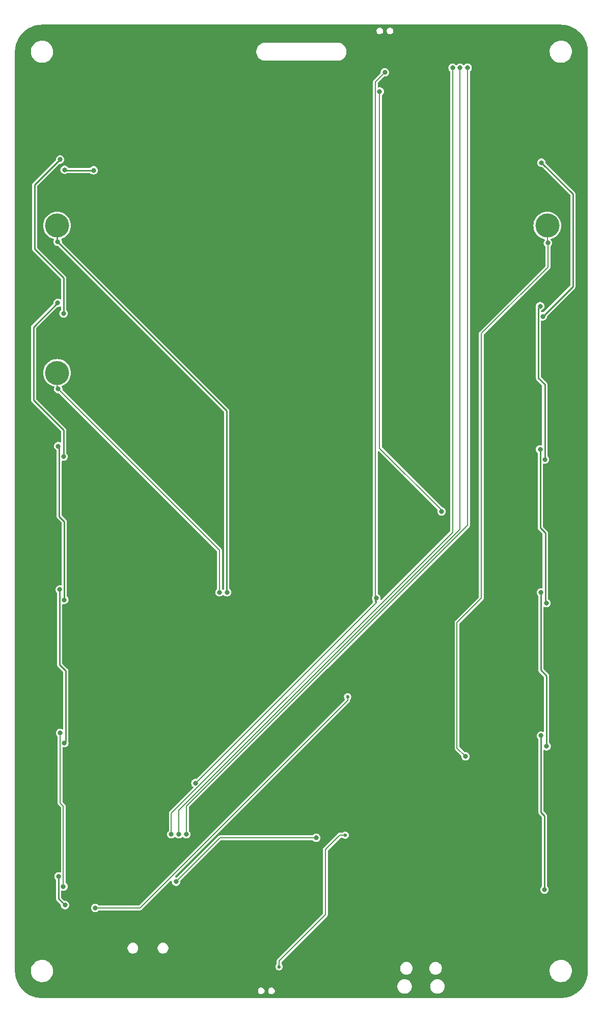
<source format=gbr>
%TF.GenerationSoftware,KiCad,Pcbnew,(7.0.0-0)*%
%TF.CreationDate,2023-03-24T11:45:06-07:00*%
%TF.ProjectId,dfh_badge,6466685f-6261-4646-9765-2e6b69636164,rev?*%
%TF.SameCoordinates,Original*%
%TF.FileFunction,Copper,L2,Bot*%
%TF.FilePolarity,Positive*%
%FSLAX46Y46*%
G04 Gerber Fmt 4.6, Leading zero omitted, Abs format (unit mm)*
G04 Created by KiCad (PCBNEW (7.0.0-0)) date 2023-03-24 11:45:06*
%MOMM*%
%LPD*%
G01*
G04 APERTURE LIST*
%TA.AperFunction,SMDPad,CuDef*%
%ADD10C,4.000000*%
%TD*%
%TA.AperFunction,ViaPad*%
%ADD11C,0.800000*%
%TD*%
%TA.AperFunction,ViaPad*%
%ADD12C,0.600000*%
%TD*%
%TA.AperFunction,Conductor*%
%ADD13C,0.200000*%
%TD*%
%TA.AperFunction,Conductor*%
%ADD14C,0.250000*%
%TD*%
G04 APERTURE END LIST*
D10*
%TO.P,TP2,1,1*%
%TO.N,/touch1*%
X35500000Y-77500000D03*
%TD*%
%TO.P,TP1,1,1*%
%TO.N,/touch0*%
X35500000Y-53000000D03*
%TD*%
%TO.P,TP3,1,1*%
%TO.N,/touch2*%
X117000000Y-53000000D03*
%TD*%
D11*
%TO.N,GND*%
X97200000Y-100500000D03*
X97100000Y-57600000D03*
X63500000Y-148250000D03*
X109500000Y-74700000D03*
X73000000Y-127900000D03*
X73500000Y-136500000D03*
X113750000Y-103500000D03*
X100000000Y-157500000D03*
X44000000Y-27250000D03*
X96800000Y-85300000D03*
X91000000Y-46250000D03*
X45500000Y-85600000D03*
X62600000Y-138700000D03*
X96500000Y-71800000D03*
X45000000Y-152750000D03*
X46700000Y-164900000D03*
X64300000Y-171900000D03*
X73250000Y-162000000D03*
X45700000Y-100500000D03*
X45500000Y-72100000D03*
X66400000Y-60900000D03*
X99000000Y-46000000D03*
X65900000Y-74500000D03*
X119750000Y-82750000D03*
X113500000Y-76000000D03*
X108300000Y-61000000D03*
X113250000Y-56250000D03*
X113750000Y-151000000D03*
X64140000Y-158540000D03*
X103500000Y-110750000D03*
X113750000Y-129250000D03*
X44900000Y-58800000D03*
X108900000Y-88900000D03*
X52500000Y-47000000D03*
X37600000Y-173000000D03*
X32000000Y-115500000D03*
X52250000Y-108500000D03*
X45000000Y-140250000D03*
X107000000Y-46250000D03*
X92000000Y-144000000D03*
X118750000Y-34250000D03*
X32500000Y-60750000D03*
X82750000Y-166000000D03*
X66100000Y-88600000D03*
%TO.N,+BATT*%
X78580000Y-154850000D03*
X55280000Y-162140000D03*
%TO.N,/rim_pixels_in*%
X36820000Y-166050000D03*
X35740000Y-161260000D03*
%TO.N,Net-(D31-DOUT)*%
X36550000Y-162940000D03*
X36010000Y-137400000D03*
%TO.N,Net-(D32-DOUT)*%
X36710000Y-139070000D03*
X35950000Y-113550000D03*
%TO.N,Net-(D33-DOUT)*%
X35690000Y-89690000D03*
X36710000Y-115260000D03*
%TO.N,Net-(D34-DOUT)*%
X36590000Y-91430000D03*
X35620000Y-65860000D03*
%TO.N,/RimPixels/DOUT*%
X36750000Y-43720000D03*
X41570000Y-43810000D03*
%TO.N,Net-(D37-DOUT)*%
X116025000Y-42537500D03*
X116265000Y-68097500D03*
%TO.N,Net-(D38-DOUT)*%
X115805000Y-66407500D03*
X116565000Y-91927500D03*
%TO.N,Net-(D39-DOUT)*%
X116825000Y-115787500D03*
X115805000Y-90217500D03*
%TO.N,Net-(D40-DOUT)*%
X115925000Y-114047500D03*
X116895000Y-139617500D03*
%TO.N,/sw_press*%
X89130000Y-30680000D03*
X99420000Y-100560000D03*
D12*
%TO.N,/RESET*%
X83400000Y-154400000D03*
X72400000Y-176300000D03*
D11*
%TO.N,/rim_pixels_sig*%
X41850000Y-166500000D03*
D12*
X83800000Y-131400000D03*
D11*
%TO.N,/touch0*%
X35600000Y-55700000D03*
X63750000Y-114000000D03*
%TO.N,/touch1*%
X35700000Y-80200000D03*
X62500000Y-114000000D03*
%TO.N,/touch2*%
X103400000Y-141300000D03*
X117100000Y-55900000D03*
%TO.N,/led_on*%
X58500000Y-145750000D03*
X90000000Y-27500000D03*
X88560000Y-114950000D03*
%TO.N,Net-(D2-A)*%
X54500000Y-154250000D03*
X101250000Y-26750000D03*
%TO.N,Net-(D4-A)*%
X55750000Y-154250000D03*
X102500000Y-26750000D03*
%TO.N,Net-(D35-DOUT)*%
X36000000Y-42010000D03*
X36580000Y-67620000D03*
%TO.N,Net-(D41-DOUT)*%
X116515000Y-163467500D03*
X115935000Y-137857500D03*
%TO.N,Net-(U5-LED3)*%
X103750000Y-26750000D03*
X57000000Y-154250000D03*
%TD*%
D13*
%TO.N,+BATT*%
X55280000Y-162140000D02*
X60990000Y-156430000D01*
X62570000Y-154850000D02*
X78580000Y-154850000D01*
X60990000Y-156430000D02*
X62570000Y-154850000D01*
D14*
%TO.N,/rim_pixels_in*%
X35740000Y-161260000D02*
X35740000Y-164970000D01*
X35740000Y-164970000D02*
X36820000Y-166050000D01*
D13*
%TO.N,Net-(D31-DOUT)*%
X36550000Y-149600000D02*
X36010000Y-149060000D01*
X36550000Y-162940000D02*
X36550000Y-149600000D01*
X36010000Y-149060000D02*
X36010000Y-137400000D01*
D14*
%TO.N,Net-(D32-DOUT)*%
X36710000Y-139070000D02*
X36975000Y-138805000D01*
X36975000Y-138805000D02*
X36975000Y-127105000D01*
X36975000Y-127105000D02*
X35950000Y-126080000D01*
X35950000Y-126080000D02*
X35950000Y-113550000D01*
%TO.N,Net-(D33-DOUT)*%
X35865000Y-101395000D02*
X35865000Y-89865000D01*
X35865000Y-89865000D02*
X35690000Y-89690000D01*
X36710000Y-115260000D02*
X36710000Y-102240000D01*
X36710000Y-102240000D02*
X35865000Y-101395000D01*
%TO.N,Net-(D34-DOUT)*%
X36590000Y-87000000D02*
X31600000Y-82010000D01*
X31600000Y-82010000D02*
X31600000Y-69880000D01*
X31600000Y-69880000D02*
X35620000Y-65860000D01*
X36590000Y-91430000D02*
X36590000Y-87000000D01*
%TO.N,/RimPixels/DOUT*%
X41570000Y-43810000D02*
X36840000Y-43810000D01*
X36840000Y-43810000D02*
X36750000Y-43720000D01*
%TO.N,Net-(D37-DOUT)*%
X121250000Y-63112500D02*
X116265000Y-68097500D01*
X121250000Y-47762500D02*
X121250000Y-63112500D01*
X116025000Y-42537500D02*
X121250000Y-47762500D01*
%TO.N,Net-(D38-DOUT)*%
X115805000Y-66407500D02*
X115540000Y-66672500D01*
X115540000Y-66672500D02*
X115540000Y-78372500D01*
X115540000Y-78372500D02*
X116565000Y-79397500D01*
X116565000Y-79397500D02*
X116565000Y-91927500D01*
%TO.N,Net-(D39-DOUT)*%
X116650000Y-104082500D02*
X116650000Y-115612500D01*
X116650000Y-115612500D02*
X116825000Y-115787500D01*
X115805000Y-90217500D02*
X115805000Y-103237500D01*
X115805000Y-103237500D02*
X116650000Y-104082500D01*
%TO.N,Net-(D40-DOUT)*%
X115925000Y-114047500D02*
X115925000Y-126935000D01*
X116895000Y-127905000D02*
X116895000Y-139617500D01*
X115925000Y-126935000D02*
X116895000Y-127905000D01*
D13*
%TO.N,/sw_press*%
X99420000Y-100340000D02*
X89130000Y-90050000D01*
X99420000Y-100560000D02*
X99420000Y-100340000D01*
X89130000Y-90050000D02*
X89130000Y-30680000D01*
%TO.N,/RESET*%
X80100000Y-156800000D02*
X82500000Y-154400000D01*
X72400000Y-176300000D02*
X72400000Y-175360050D01*
X72400000Y-175360050D02*
X80100000Y-167660050D01*
X82500000Y-154400000D02*
X83400000Y-154400000D01*
X80100000Y-167660050D02*
X80100000Y-156800000D01*
%TO.N,/rim_pixels_sig*%
X41850000Y-166500000D02*
X49300000Y-166500000D01*
X49300000Y-166500000D02*
X83800000Y-132000000D01*
X83800000Y-132000000D02*
X83800000Y-131400000D01*
D14*
%TO.N,/touch0*%
X35500000Y-53000000D02*
X35500000Y-55600000D01*
X35600000Y-55700000D02*
X63700000Y-83800000D01*
X63700000Y-83800000D02*
X63700000Y-113950000D01*
X63700000Y-113950000D02*
X63750000Y-114000000D01*
X35500000Y-55600000D02*
X35600000Y-55700000D01*
D13*
%TO.N,/touch1*%
X35500000Y-80000000D02*
X35700000Y-80200000D01*
X35700000Y-80200000D02*
X62500000Y-107000000D01*
X35500000Y-77500000D02*
X35500000Y-80000000D01*
X62500000Y-107000000D02*
X62500000Y-114000000D01*
%TO.N,/touch2*%
X102000000Y-119000000D02*
X102000000Y-139900000D01*
X102000000Y-139900000D02*
X103400000Y-141300000D01*
X117000000Y-55800000D02*
X117100000Y-55900000D01*
X117100000Y-55900000D02*
X117100000Y-59900000D01*
X117100000Y-59900000D02*
X106040000Y-70960000D01*
X106040000Y-70960000D02*
X106040000Y-114960000D01*
X117000000Y-53000000D02*
X117000000Y-55800000D01*
X106040000Y-114960000D02*
X102000000Y-119000000D01*
%TO.N,/led_on*%
X88550000Y-115700000D02*
X88550000Y-114960000D01*
X88430500Y-29069500D02*
X88430500Y-115580500D01*
X88550000Y-114960000D02*
X88560000Y-114950000D01*
X90000000Y-27500000D02*
X88430500Y-29069500D01*
X88550000Y-115700000D02*
X58500000Y-145750000D01*
X88430500Y-115580500D02*
X88550000Y-115700000D01*
%TO.N,Net-(D2-A)*%
X54500000Y-150750000D02*
X54500000Y-154250000D01*
X101250000Y-104000000D02*
X54500000Y-150750000D01*
X101250000Y-26750000D02*
X101250000Y-104000000D01*
%TO.N,Net-(D4-A)*%
X55750000Y-150250000D02*
X55750000Y-154250000D01*
X102500000Y-26750000D02*
X102500000Y-103500000D01*
X102500000Y-103500000D02*
X55750000Y-150250000D01*
D14*
%TO.N,Net-(D35-DOUT)*%
X31770000Y-56860000D02*
X31770000Y-46240000D01*
X36580000Y-67620000D02*
X36580000Y-61670000D01*
X36580000Y-61670000D02*
X31770000Y-56860000D01*
X31770000Y-46240000D02*
X36000000Y-42010000D01*
%TO.N,Net-(D41-DOUT)*%
X116515000Y-151165000D02*
X116515000Y-163467500D01*
X115935000Y-137857500D02*
X115935000Y-150585000D01*
X115935000Y-150585000D02*
X116515000Y-151165000D01*
D13*
%TO.N,Net-(U5-LED3)*%
X103750000Y-26750000D02*
X103750000Y-102814980D01*
X103750000Y-102814980D02*
X57000000Y-149564980D01*
X57000000Y-149564980D02*
X57000000Y-154250000D01*
%TD*%
%TA.AperFunction,Conductor*%
%TO.N,GND*%
G36*
X54194513Y-150489094D02*
G01*
X54178851Y-150504755D01*
X54178846Y-150504761D01*
X54171950Y-150511658D01*
X54167520Y-150520349D01*
X54167515Y-150520358D01*
X54161890Y-150531398D01*
X54151731Y-150547976D01*
X54144442Y-150558009D01*
X54144437Y-150558018D01*
X54138704Y-150565910D01*
X54135690Y-150575184D01*
X54135685Y-150575195D01*
X54131854Y-150586987D01*
X54124412Y-150604954D01*
X54118783Y-150616000D01*
X54118779Y-150616009D01*
X54114354Y-150624696D01*
X54112827Y-150634330D01*
X54112828Y-150634330D01*
X54110887Y-150646582D01*
X54106347Y-150665492D01*
X54102515Y-150677285D01*
X54102514Y-150677288D01*
X54099500Y-150686567D01*
X54099500Y-150696327D01*
X54099500Y-153613147D01*
X54088575Y-153664038D01*
X54057729Y-153705959D01*
X54000000Y-153757103D01*
X54000000Y-151500000D01*
X53000000Y-151500000D01*
X53000000Y-148500000D01*
X56183607Y-148500000D01*
X54194513Y-150489094D01*
G37*
%TD.AperFunction*%
%TA.AperFunction,Conductor*%
G36*
X119252702Y-19575617D02*
G01*
X119444478Y-19583991D01*
X119642887Y-19593164D01*
X119653298Y-19594088D01*
X119851231Y-19620147D01*
X119851784Y-19620222D01*
X120043615Y-19646981D01*
X120053273Y-19648722D01*
X120248991Y-19692112D01*
X120250444Y-19692444D01*
X120437873Y-19736528D01*
X120446744Y-19738965D01*
X120638197Y-19799330D01*
X120640227Y-19799990D01*
X120822486Y-19861077D01*
X120830509Y-19864079D01*
X121016217Y-19941002D01*
X121018668Y-19942051D01*
X121194336Y-20019615D01*
X121201452Y-20023034D01*
X121379832Y-20115893D01*
X121382865Y-20117527D01*
X121508262Y-20187373D01*
X121550413Y-20210851D01*
X121556688Y-20214592D01*
X121726351Y-20322679D01*
X121729720Y-20324906D01*
X121887922Y-20433276D01*
X121893301Y-20437178D01*
X122001764Y-20520405D01*
X122052904Y-20559646D01*
X122056610Y-20562605D01*
X122204078Y-20685062D01*
X122208607Y-20689013D01*
X122350044Y-20818616D01*
X122356914Y-20824911D01*
X122360822Y-20828652D01*
X122496346Y-20964176D01*
X122500087Y-20968084D01*
X122623861Y-21103160D01*
X122635973Y-21116377D01*
X122639942Y-21120927D01*
X122669639Y-21156689D01*
X122762373Y-21268363D01*
X122765352Y-21272094D01*
X122887816Y-21431692D01*
X122891740Y-21437101D01*
X123000074Y-21595250D01*
X123002338Y-21598676D01*
X123037952Y-21654579D01*
X123110399Y-21768299D01*
X123114147Y-21774585D01*
X123207458Y-21942109D01*
X123209118Y-21945191D01*
X123301951Y-22123520D01*
X123305395Y-22130690D01*
X123380082Y-22299840D01*
X123382901Y-22306223D01*
X123384028Y-22308857D01*
X123460916Y-22494483D01*
X123463927Y-22502529D01*
X123524988Y-22684711D01*
X123525677Y-22686830D01*
X123586030Y-22878246D01*
X123588475Y-22887143D01*
X123632542Y-23074505D01*
X123632897Y-23076056D01*
X123676271Y-23271701D01*
X123678021Y-23281409D01*
X123704754Y-23473054D01*
X123704882Y-23473999D01*
X123730907Y-23671675D01*
X123731836Y-23682134D01*
X123741009Y-23880535D01*
X123741023Y-23880853D01*
X123749382Y-24072298D01*
X123749500Y-24077707D01*
X123749500Y-176997293D01*
X123749382Y-177002702D01*
X123741023Y-177194146D01*
X123741009Y-177194464D01*
X123731836Y-177392864D01*
X123730907Y-177403323D01*
X123704882Y-177600999D01*
X123704754Y-177601944D01*
X123678021Y-177793589D01*
X123676271Y-177803297D01*
X123632897Y-177998942D01*
X123632542Y-178000493D01*
X123588475Y-178187855D01*
X123586030Y-178196752D01*
X123525677Y-178388168D01*
X123524988Y-178390287D01*
X123463927Y-178572469D01*
X123460916Y-178580515D01*
X123384028Y-178766141D01*
X123382901Y-178768775D01*
X123305396Y-178944307D01*
X123301951Y-178951478D01*
X123209118Y-179129807D01*
X123207458Y-179132889D01*
X123114147Y-179300413D01*
X123110399Y-179306699D01*
X123002355Y-179476296D01*
X123000074Y-179479748D01*
X122891740Y-179637897D01*
X122887816Y-179643306D01*
X122765352Y-179802904D01*
X122762373Y-179806635D01*
X122639948Y-179954065D01*
X122635973Y-179958621D01*
X122500087Y-180106914D01*
X122496346Y-180110822D01*
X122360822Y-180246346D01*
X122356914Y-180250087D01*
X122208621Y-180385973D01*
X122204065Y-180389948D01*
X122056635Y-180512373D01*
X122052904Y-180515352D01*
X121893306Y-180637816D01*
X121887897Y-180641740D01*
X121729748Y-180750074D01*
X121726296Y-180752355D01*
X121556699Y-180860399D01*
X121550413Y-180864147D01*
X121382889Y-180957458D01*
X121379807Y-180959118D01*
X121201478Y-181051951D01*
X121194307Y-181055396D01*
X121018775Y-181132901D01*
X121016141Y-181134028D01*
X120830515Y-181210916D01*
X120822469Y-181213927D01*
X120640287Y-181274988D01*
X120638168Y-181275677D01*
X120446752Y-181336030D01*
X120437855Y-181338475D01*
X120250493Y-181382542D01*
X120248942Y-181382897D01*
X120053297Y-181426271D01*
X120043589Y-181428021D01*
X119851944Y-181454754D01*
X119850999Y-181454882D01*
X119653323Y-181480907D01*
X119642863Y-181481836D01*
X119444507Y-181491006D01*
X119444191Y-181491020D01*
X119252703Y-181499382D01*
X119247293Y-181499500D01*
X33002707Y-181499500D01*
X32997297Y-181499382D01*
X32805807Y-181491020D01*
X32805491Y-181491006D01*
X32607135Y-181481836D01*
X32596675Y-181480907D01*
X32398999Y-181454882D01*
X32398054Y-181454754D01*
X32206409Y-181428021D01*
X32196701Y-181426271D01*
X32001056Y-181382897D01*
X31999505Y-181382542D01*
X31812143Y-181338475D01*
X31803246Y-181336030D01*
X31611830Y-181275677D01*
X31609711Y-181274988D01*
X31427529Y-181213927D01*
X31419483Y-181210916D01*
X31233857Y-181134028D01*
X31231247Y-181132911D01*
X31055690Y-181055395D01*
X31048520Y-181051951D01*
X30870191Y-180959118D01*
X30867109Y-180957458D01*
X30699585Y-180864147D01*
X30693299Y-180860399D01*
X30597392Y-180799300D01*
X30523676Y-180752338D01*
X30520250Y-180750074D01*
X30503799Y-180738805D01*
X30362091Y-180641733D01*
X30356692Y-180637816D01*
X30197094Y-180515352D01*
X30193377Y-180512384D01*
X30045927Y-180389942D01*
X30041377Y-180385973D01*
X30032310Y-180377665D01*
X29988938Y-180337921D01*
X68895619Y-180337921D01*
X68897344Y-180346226D01*
X68897345Y-180346228D01*
X68924681Y-180477777D01*
X68924682Y-180477780D01*
X68926408Y-180486085D01*
X68930309Y-180493614D01*
X68930310Y-180493616D01*
X68951827Y-180535141D01*
X68996029Y-180620447D01*
X69001816Y-180626643D01*
X69001818Y-180626646D01*
X69093529Y-180724844D01*
X69093531Y-180724845D01*
X69099320Y-180731044D01*
X69106566Y-180735450D01*
X69106568Y-180735452D01*
X69211562Y-180799300D01*
X69228618Y-180809672D01*
X69374335Y-180850500D01*
X69483421Y-180850500D01*
X69487658Y-180850500D01*
X69599920Y-180835070D01*
X69738720Y-180774780D01*
X69856108Y-180679278D01*
X69943377Y-180555647D01*
X69994054Y-180413056D01*
X69999193Y-180337921D01*
X70595619Y-180337921D01*
X70597344Y-180346226D01*
X70597345Y-180346228D01*
X70624681Y-180477777D01*
X70624682Y-180477780D01*
X70626408Y-180486085D01*
X70630309Y-180493614D01*
X70630310Y-180493616D01*
X70651827Y-180535141D01*
X70696029Y-180620447D01*
X70701816Y-180626643D01*
X70701818Y-180626646D01*
X70793529Y-180724844D01*
X70793531Y-180724845D01*
X70799320Y-180731044D01*
X70806566Y-180735450D01*
X70806568Y-180735452D01*
X70911562Y-180799300D01*
X70928618Y-180809672D01*
X71074335Y-180850500D01*
X71183421Y-180850500D01*
X71187658Y-180850500D01*
X71299920Y-180835070D01*
X71438720Y-180774780D01*
X71556108Y-180679278D01*
X71643377Y-180555647D01*
X71694054Y-180413056D01*
X71704381Y-180262079D01*
X71673592Y-180113915D01*
X71603971Y-179979553D01*
X71580167Y-179954065D01*
X71506470Y-179875155D01*
X71506467Y-179875153D01*
X71500680Y-179868956D01*
X71493434Y-179864550D01*
X71493431Y-179864547D01*
X71378625Y-179794732D01*
X71378621Y-179794730D01*
X71371382Y-179790328D01*
X71355325Y-179785829D01*
X71233829Y-179751787D01*
X71233825Y-179751786D01*
X71225665Y-179749500D01*
X71112342Y-179749500D01*
X71108158Y-179750075D01*
X71108144Y-179750076D01*
X71008485Y-179763774D01*
X71008479Y-179763775D01*
X71000080Y-179764930D01*
X70992299Y-179768309D01*
X70992298Y-179768310D01*
X70869062Y-179821839D01*
X70869057Y-179821841D01*
X70861280Y-179825220D01*
X70854702Y-179830571D01*
X70854698Y-179830574D01*
X70750470Y-179915370D01*
X70750468Y-179915371D01*
X70743892Y-179920722D01*
X70739003Y-179927647D01*
X70739002Y-179927649D01*
X70680406Y-180010661D01*
X70656623Y-180044353D01*
X70653785Y-180052337D01*
X70653782Y-180052344D01*
X70608786Y-180178951D01*
X70608784Y-180178955D01*
X70605946Y-180186944D01*
X70605367Y-180195403D01*
X70605367Y-180195405D01*
X70596197Y-180329457D01*
X70596197Y-180329463D01*
X70595619Y-180337921D01*
X69999193Y-180337921D01*
X70004381Y-180262079D01*
X69973592Y-180113915D01*
X69903971Y-179979553D01*
X69880167Y-179954065D01*
X69806470Y-179875155D01*
X69806467Y-179875153D01*
X69800680Y-179868956D01*
X69793434Y-179864550D01*
X69793431Y-179864547D01*
X69678625Y-179794732D01*
X69678621Y-179794730D01*
X69671382Y-179790328D01*
X69655325Y-179785829D01*
X69533829Y-179751787D01*
X69533825Y-179751786D01*
X69525665Y-179749500D01*
X69412342Y-179749500D01*
X69408158Y-179750075D01*
X69408144Y-179750076D01*
X69308485Y-179763774D01*
X69308479Y-179763775D01*
X69300080Y-179764930D01*
X69292299Y-179768309D01*
X69292298Y-179768310D01*
X69169062Y-179821839D01*
X69169057Y-179821841D01*
X69161280Y-179825220D01*
X69154702Y-179830571D01*
X69154698Y-179830574D01*
X69050470Y-179915370D01*
X69050468Y-179915371D01*
X69043892Y-179920722D01*
X69039003Y-179927647D01*
X69039002Y-179927649D01*
X68980406Y-180010661D01*
X68956623Y-180044353D01*
X68953785Y-180052337D01*
X68953782Y-180052344D01*
X68908786Y-180178951D01*
X68908784Y-180178955D01*
X68905946Y-180186944D01*
X68905367Y-180195403D01*
X68905367Y-180195405D01*
X68896197Y-180329457D01*
X68896197Y-180329463D01*
X68895619Y-180337921D01*
X29988938Y-180337921D01*
X29893085Y-180250087D01*
X29889176Y-180246346D01*
X29753652Y-180110822D01*
X29749911Y-180106914D01*
X29614013Y-179958607D01*
X29610062Y-179954078D01*
X29487605Y-179806610D01*
X29484646Y-179802904D01*
X29458101Y-179768310D01*
X29362178Y-179643301D01*
X29358276Y-179637922D01*
X29311749Y-179570000D01*
X92069357Y-179570000D01*
X92069886Y-179575709D01*
X92073971Y-179619794D01*
X92074500Y-179631235D01*
X92074500Y-179681243D01*
X92075551Y-179686870D01*
X92075553Y-179686882D01*
X92083687Y-179730400D01*
X92085269Y-179741736D01*
X92086201Y-179751787D01*
X92089885Y-179791536D01*
X92091450Y-179797039D01*
X92091453Y-179797051D01*
X92103573Y-179839648D01*
X92106194Y-179850793D01*
X92113939Y-179892223D01*
X92115382Y-179899940D01*
X92117450Y-179905278D01*
X92117452Y-179905285D01*
X92133445Y-179946567D01*
X92137084Y-179957425D01*
X92149200Y-180000009D01*
X92149202Y-180000015D01*
X92150771Y-180005528D01*
X92173069Y-180050308D01*
X92177687Y-180060769D01*
X92195753Y-180107401D01*
X92198764Y-180112264D01*
X92198770Y-180112276D01*
X92222078Y-180149920D01*
X92227649Y-180159922D01*
X92247386Y-180199556D01*
X92249942Y-180204689D01*
X92280072Y-180244587D01*
X92280078Y-180244595D01*
X92286547Y-180254040D01*
X92286549Y-180254043D01*
X92286551Y-180254045D01*
X92309855Y-180291684D01*
X92309858Y-180291688D01*
X92312876Y-180296562D01*
X92335408Y-180321278D01*
X92346561Y-180333512D01*
X92353880Y-180342325D01*
X92384019Y-180382236D01*
X92388248Y-180386091D01*
X92388256Y-180386100D01*
X92420980Y-180415932D01*
X92429077Y-180424029D01*
X92458897Y-180456740D01*
X92458901Y-180456744D01*
X92462764Y-180460981D01*
X92467340Y-180464437D01*
X92467345Y-180464441D01*
X92502672Y-180491118D01*
X92511483Y-180498435D01*
X92548438Y-180532124D01*
X92553311Y-180535141D01*
X92553315Y-180535144D01*
X92590953Y-180558448D01*
X92600403Y-180564921D01*
X92640311Y-180595058D01*
X92685094Y-180617357D01*
X92695066Y-180622912D01*
X92737599Y-180649247D01*
X92742940Y-180651316D01*
X92742944Y-180651318D01*
X92784228Y-180667311D01*
X92794691Y-180671930D01*
X92839472Y-180694229D01*
X92844989Y-180695798D01*
X92844990Y-180695799D01*
X92887578Y-180707917D01*
X92898433Y-180711554D01*
X92945060Y-180729618D01*
X92994213Y-180738806D01*
X93005362Y-180741429D01*
X93035747Y-180750074D01*
X93053464Y-180755115D01*
X93103262Y-180759729D01*
X93114601Y-180761311D01*
X93158121Y-180769447D01*
X93158127Y-180769447D01*
X93163757Y-180770500D01*
X93219497Y-180770500D01*
X93380514Y-180770500D01*
X93386243Y-180770500D01*
X93391872Y-180769447D01*
X93391879Y-180769447D01*
X93435400Y-180761311D01*
X93446742Y-180759728D01*
X93496536Y-180755115D01*
X93544651Y-180741424D01*
X93555783Y-180738806D01*
X93604940Y-180729618D01*
X93651560Y-180711556D01*
X93662421Y-180707916D01*
X93710528Y-180694229D01*
X93755297Y-180671935D01*
X93765779Y-180667308D01*
X93807053Y-180651319D01*
X93807054Y-180651318D01*
X93812401Y-180649247D01*
X93854927Y-180622915D01*
X93864896Y-180617361D01*
X93909689Y-180595058D01*
X93949608Y-180564911D01*
X93959033Y-180558455D01*
X94001562Y-180532124D01*
X94038518Y-180498432D01*
X94047326Y-180491118D01*
X94053991Y-180486085D01*
X94087236Y-180460981D01*
X94120925Y-180424026D01*
X94129026Y-180415925D01*
X94161739Y-180386103D01*
X94161742Y-180386100D01*
X94165981Y-180382236D01*
X94196121Y-180342322D01*
X94203438Y-180333512D01*
X94237124Y-180296562D01*
X94263455Y-180254033D01*
X94269921Y-180244595D01*
X94300058Y-180204689D01*
X94322361Y-180159896D01*
X94327919Y-180149921D01*
X94350214Y-180113915D01*
X94354247Y-180107401D01*
X94372312Y-180060769D01*
X94376936Y-180050297D01*
X94396673Y-180010661D01*
X94396675Y-180010656D01*
X94399229Y-180005528D01*
X94412916Y-179957419D01*
X94416557Y-179946559D01*
X94423883Y-179927649D01*
X94434618Y-179899940D01*
X94443806Y-179850783D01*
X94446425Y-179839648D01*
X94460115Y-179791536D01*
X94464728Y-179741742D01*
X94466311Y-179730400D01*
X94474447Y-179686879D01*
X94474447Y-179686872D01*
X94475500Y-179681243D01*
X94475500Y-179631235D01*
X94476029Y-179619794D01*
X94480114Y-179575709D01*
X94480643Y-179570000D01*
X97519357Y-179570000D01*
X97519886Y-179575709D01*
X97523971Y-179619794D01*
X97524500Y-179631235D01*
X97524500Y-179681243D01*
X97525551Y-179686870D01*
X97525553Y-179686882D01*
X97533687Y-179730400D01*
X97535269Y-179741736D01*
X97536201Y-179751787D01*
X97539885Y-179791536D01*
X97541450Y-179797039D01*
X97541453Y-179797051D01*
X97553573Y-179839648D01*
X97556194Y-179850793D01*
X97563939Y-179892223D01*
X97565382Y-179899940D01*
X97567450Y-179905278D01*
X97567452Y-179905285D01*
X97583445Y-179946567D01*
X97587084Y-179957425D01*
X97599200Y-180000009D01*
X97599202Y-180000015D01*
X97600771Y-180005528D01*
X97623069Y-180050308D01*
X97627687Y-180060769D01*
X97645753Y-180107401D01*
X97648764Y-180112264D01*
X97648770Y-180112276D01*
X97672078Y-180149920D01*
X97677649Y-180159922D01*
X97697386Y-180199556D01*
X97699942Y-180204689D01*
X97730072Y-180244587D01*
X97730078Y-180244595D01*
X97736547Y-180254040D01*
X97736549Y-180254043D01*
X97736551Y-180254045D01*
X97759855Y-180291684D01*
X97759858Y-180291688D01*
X97762876Y-180296562D01*
X97785408Y-180321278D01*
X97796561Y-180333512D01*
X97803880Y-180342325D01*
X97834019Y-180382236D01*
X97838248Y-180386091D01*
X97838256Y-180386100D01*
X97870980Y-180415932D01*
X97879077Y-180424029D01*
X97908897Y-180456740D01*
X97908901Y-180456744D01*
X97912764Y-180460981D01*
X97917340Y-180464437D01*
X97917345Y-180464441D01*
X97952672Y-180491118D01*
X97961483Y-180498435D01*
X97998438Y-180532124D01*
X98003311Y-180535141D01*
X98003315Y-180535144D01*
X98040953Y-180558448D01*
X98050403Y-180564921D01*
X98090311Y-180595058D01*
X98135094Y-180617357D01*
X98145066Y-180622912D01*
X98187599Y-180649247D01*
X98192940Y-180651316D01*
X98192944Y-180651318D01*
X98234228Y-180667311D01*
X98244691Y-180671930D01*
X98289472Y-180694229D01*
X98294989Y-180695798D01*
X98294990Y-180695799D01*
X98337578Y-180707917D01*
X98348433Y-180711554D01*
X98395060Y-180729618D01*
X98444213Y-180738806D01*
X98455362Y-180741429D01*
X98485747Y-180750074D01*
X98503464Y-180755115D01*
X98553262Y-180759729D01*
X98564601Y-180761311D01*
X98608121Y-180769447D01*
X98608127Y-180769447D01*
X98613757Y-180770500D01*
X98669497Y-180770500D01*
X98830514Y-180770500D01*
X98836243Y-180770500D01*
X98841872Y-180769447D01*
X98841879Y-180769447D01*
X98885400Y-180761311D01*
X98896742Y-180759728D01*
X98946536Y-180755115D01*
X98994651Y-180741424D01*
X99005783Y-180738806D01*
X99054940Y-180729618D01*
X99101560Y-180711556D01*
X99112421Y-180707916D01*
X99160528Y-180694229D01*
X99205297Y-180671935D01*
X99215779Y-180667308D01*
X99257053Y-180651319D01*
X99257054Y-180651318D01*
X99262401Y-180649247D01*
X99304927Y-180622915D01*
X99314896Y-180617361D01*
X99359689Y-180595058D01*
X99399608Y-180564911D01*
X99409033Y-180558455D01*
X99451562Y-180532124D01*
X99488518Y-180498432D01*
X99497326Y-180491118D01*
X99503991Y-180486085D01*
X99537236Y-180460981D01*
X99570925Y-180424026D01*
X99579026Y-180415925D01*
X99611739Y-180386103D01*
X99611742Y-180386100D01*
X99615981Y-180382236D01*
X99646121Y-180342322D01*
X99653438Y-180333512D01*
X99687124Y-180296562D01*
X99713455Y-180254033D01*
X99719921Y-180244595D01*
X99750058Y-180204689D01*
X99772361Y-180159896D01*
X99777919Y-180149921D01*
X99800214Y-180113915D01*
X99804247Y-180107401D01*
X99822312Y-180060769D01*
X99826936Y-180050297D01*
X99846673Y-180010661D01*
X99846675Y-180010656D01*
X99849229Y-180005528D01*
X99862916Y-179957419D01*
X99866557Y-179946559D01*
X99873883Y-179927649D01*
X99884618Y-179899940D01*
X99893806Y-179850783D01*
X99896425Y-179839648D01*
X99910115Y-179791536D01*
X99914728Y-179741742D01*
X99916311Y-179730400D01*
X99924447Y-179686879D01*
X99924447Y-179686872D01*
X99925500Y-179681243D01*
X99925500Y-179631235D01*
X99926029Y-179619794D01*
X99930114Y-179575709D01*
X99930643Y-179570000D01*
X99926028Y-179520205D01*
X99925500Y-179508765D01*
X99925500Y-179464486D01*
X99925500Y-179458757D01*
X99924447Y-179453127D01*
X99924447Y-179453121D01*
X99916311Y-179409601D01*
X99914728Y-179398253D01*
X99910115Y-179348464D01*
X99898232Y-179306699D01*
X99896429Y-179300362D01*
X99893806Y-179289213D01*
X99885671Y-179245694D01*
X99884618Y-179240060D01*
X99866554Y-179193433D01*
X99862917Y-179182578D01*
X99850799Y-179139990D01*
X99850798Y-179139989D01*
X99849229Y-179134472D01*
X99826930Y-179089691D01*
X99822311Y-179079228D01*
X99806318Y-179037944D01*
X99806316Y-179037940D01*
X99804247Y-179032599D01*
X99777912Y-178990066D01*
X99772357Y-178980094D01*
X99750058Y-178935311D01*
X99719921Y-178895403D01*
X99713448Y-178885953D01*
X99690144Y-178848315D01*
X99690142Y-178848312D01*
X99687124Y-178843438D01*
X99653434Y-178806482D01*
X99646118Y-178797672D01*
X99619441Y-178762345D01*
X99619434Y-178762337D01*
X99615981Y-178757764D01*
X99611744Y-178753901D01*
X99611740Y-178753897D01*
X99579029Y-178724077D01*
X99570932Y-178715980D01*
X99541100Y-178683256D01*
X99541091Y-178683248D01*
X99537236Y-178679019D01*
X99497325Y-178648880D01*
X99488512Y-178641561D01*
X99451562Y-178607876D01*
X99446689Y-178604858D01*
X99446684Y-178604855D01*
X99409045Y-178581551D01*
X99399595Y-178575078D01*
X99396163Y-178572486D01*
X99359689Y-178544942D01*
X99354563Y-178542389D01*
X99354559Y-178542387D01*
X99314922Y-178522649D01*
X99304920Y-178517078D01*
X99267276Y-178493770D01*
X99267264Y-178493764D01*
X99262401Y-178490753D01*
X99257058Y-178488683D01*
X99257056Y-178488682D01*
X99215769Y-178472687D01*
X99205308Y-178468069D01*
X99160528Y-178445771D01*
X99155015Y-178444202D01*
X99155009Y-178444200D01*
X99112425Y-178432084D01*
X99101567Y-178428445D01*
X99060285Y-178412452D01*
X99060278Y-178412450D01*
X99054940Y-178410382D01*
X99049305Y-178409328D01*
X99049303Y-178409328D01*
X99005793Y-178401194D01*
X98994648Y-178398573D01*
X98952051Y-178386453D01*
X98952039Y-178386450D01*
X98946536Y-178384885D01*
X98940830Y-178384356D01*
X98940829Y-178384356D01*
X98896736Y-178380269D01*
X98885400Y-178378687D01*
X98841882Y-178370553D01*
X98841870Y-178370551D01*
X98836243Y-178369500D01*
X98613757Y-178369500D01*
X98608128Y-178370551D01*
X98608118Y-178370553D01*
X98564600Y-178378687D01*
X98553264Y-178380269D01*
X98509170Y-178384356D01*
X98509168Y-178384356D01*
X98503464Y-178384885D01*
X98497959Y-178386451D01*
X98497944Y-178386454D01*
X98455349Y-178398573D01*
X98444206Y-178401194D01*
X98400695Y-178409328D01*
X98400689Y-178409329D01*
X98395060Y-178410382D01*
X98389717Y-178412451D01*
X98389709Y-178412454D01*
X98348433Y-178428444D01*
X98337577Y-178432083D01*
X98294982Y-178444202D01*
X98294970Y-178444206D01*
X98289472Y-178445771D01*
X98284349Y-178448321D01*
X98284346Y-178448323D01*
X98244702Y-178468063D01*
X98234230Y-178472686D01*
X98192947Y-178488680D01*
X98192937Y-178488684D01*
X98187599Y-178490753D01*
X98182730Y-178493767D01*
X98182723Y-178493771D01*
X98145077Y-178517079D01*
X98135079Y-178522648D01*
X98095440Y-178542387D01*
X98095432Y-178542391D01*
X98090311Y-178544942D01*
X98085746Y-178548388D01*
X98085735Y-178548396D01*
X98050395Y-178575083D01*
X98040951Y-178581552D01*
X98003317Y-178604854D01*
X98003309Y-178604859D01*
X97998438Y-178607876D01*
X97994202Y-178611736D01*
X97994196Y-178611742D01*
X97961482Y-178641565D01*
X97952673Y-178648880D01*
X97917337Y-178675564D01*
X97917326Y-178675573D01*
X97912764Y-178679019D01*
X97908908Y-178683248D01*
X97908901Y-178683255D01*
X97879070Y-178715977D01*
X97870977Y-178724070D01*
X97838255Y-178753901D01*
X97838248Y-178753908D01*
X97834019Y-178757764D01*
X97830573Y-178762326D01*
X97830564Y-178762337D01*
X97803880Y-178797673D01*
X97796565Y-178806482D01*
X97766742Y-178839196D01*
X97766736Y-178839202D01*
X97762876Y-178843438D01*
X97759859Y-178848309D01*
X97759854Y-178848317D01*
X97736552Y-178885951D01*
X97730083Y-178895395D01*
X97703396Y-178930735D01*
X97703388Y-178930746D01*
X97699942Y-178935311D01*
X97697391Y-178940432D01*
X97697387Y-178940440D01*
X97677648Y-178980079D01*
X97672079Y-178990077D01*
X97648771Y-179027723D01*
X97648768Y-179027729D01*
X97645753Y-179032599D01*
X97643684Y-179037937D01*
X97643680Y-179037947D01*
X97627686Y-179079230D01*
X97623063Y-179089702D01*
X97600771Y-179134472D01*
X97599206Y-179139970D01*
X97599202Y-179139982D01*
X97587083Y-179182577D01*
X97583444Y-179193433D01*
X97567454Y-179234709D01*
X97567451Y-179234717D01*
X97565382Y-179240060D01*
X97564329Y-179245689D01*
X97564328Y-179245695D01*
X97556194Y-179289206D01*
X97553573Y-179300349D01*
X97541454Y-179342944D01*
X97541451Y-179342959D01*
X97539885Y-179348464D01*
X97539356Y-179354168D01*
X97539356Y-179354170D01*
X97535269Y-179398264D01*
X97533687Y-179409600D01*
X97525553Y-179453118D01*
X97525553Y-179453121D01*
X97524500Y-179458757D01*
X97524500Y-179464486D01*
X97524500Y-179464488D01*
X97524500Y-179508765D01*
X97523971Y-179520205D01*
X97519357Y-179570000D01*
X94480643Y-179570000D01*
X94476028Y-179520205D01*
X94475500Y-179508765D01*
X94475500Y-179464486D01*
X94475500Y-179458757D01*
X94474447Y-179453127D01*
X94474447Y-179453121D01*
X94466311Y-179409601D01*
X94464728Y-179398253D01*
X94460115Y-179348464D01*
X94448232Y-179306699D01*
X94446429Y-179300362D01*
X94443806Y-179289213D01*
X94435671Y-179245694D01*
X94434618Y-179240060D01*
X94416554Y-179193433D01*
X94412917Y-179182578D01*
X94400799Y-179139990D01*
X94400798Y-179139989D01*
X94399229Y-179134472D01*
X94376930Y-179089691D01*
X94372311Y-179079228D01*
X94356318Y-179037944D01*
X94356316Y-179037940D01*
X94354247Y-179032599D01*
X94327912Y-178990066D01*
X94322357Y-178980094D01*
X94300058Y-178935311D01*
X94269921Y-178895403D01*
X94263448Y-178885953D01*
X94240144Y-178848315D01*
X94240142Y-178848312D01*
X94237124Y-178843438D01*
X94203434Y-178806482D01*
X94196118Y-178797672D01*
X94169441Y-178762345D01*
X94169434Y-178762337D01*
X94165981Y-178757764D01*
X94161744Y-178753901D01*
X94161740Y-178753897D01*
X94129029Y-178724077D01*
X94120932Y-178715980D01*
X94091100Y-178683256D01*
X94091091Y-178683248D01*
X94087236Y-178679019D01*
X94047325Y-178648880D01*
X94038512Y-178641561D01*
X94001562Y-178607876D01*
X93996689Y-178604858D01*
X93996684Y-178604855D01*
X93959045Y-178581551D01*
X93949595Y-178575078D01*
X93946163Y-178572486D01*
X93909689Y-178544942D01*
X93904563Y-178542389D01*
X93904559Y-178542387D01*
X93864922Y-178522649D01*
X93854920Y-178517078D01*
X93817276Y-178493770D01*
X93817264Y-178493764D01*
X93812401Y-178490753D01*
X93807058Y-178488683D01*
X93807056Y-178488682D01*
X93765769Y-178472687D01*
X93755308Y-178468069D01*
X93710528Y-178445771D01*
X93705015Y-178444202D01*
X93705009Y-178444200D01*
X93662425Y-178432084D01*
X93651567Y-178428445D01*
X93610285Y-178412452D01*
X93610278Y-178412450D01*
X93604940Y-178410382D01*
X93599305Y-178409328D01*
X93599303Y-178409328D01*
X93555793Y-178401194D01*
X93544648Y-178398573D01*
X93502051Y-178386453D01*
X93502039Y-178386450D01*
X93496536Y-178384885D01*
X93490830Y-178384356D01*
X93490829Y-178384356D01*
X93446736Y-178380269D01*
X93435400Y-178378687D01*
X93391882Y-178370553D01*
X93391870Y-178370551D01*
X93386243Y-178369500D01*
X93163757Y-178369500D01*
X93158128Y-178370551D01*
X93158118Y-178370553D01*
X93114600Y-178378687D01*
X93103264Y-178380269D01*
X93059170Y-178384356D01*
X93059168Y-178384356D01*
X93053464Y-178384885D01*
X93047959Y-178386451D01*
X93047944Y-178386454D01*
X93005349Y-178398573D01*
X92994206Y-178401194D01*
X92950695Y-178409328D01*
X92950689Y-178409329D01*
X92945060Y-178410382D01*
X92939717Y-178412451D01*
X92939709Y-178412454D01*
X92898433Y-178428444D01*
X92887577Y-178432083D01*
X92844982Y-178444202D01*
X92844970Y-178444206D01*
X92839472Y-178445771D01*
X92834349Y-178448321D01*
X92834346Y-178448323D01*
X92794702Y-178468063D01*
X92784230Y-178472686D01*
X92742947Y-178488680D01*
X92742937Y-178488684D01*
X92737599Y-178490753D01*
X92732730Y-178493767D01*
X92732723Y-178493771D01*
X92695077Y-178517079D01*
X92685079Y-178522648D01*
X92645440Y-178542387D01*
X92645432Y-178542391D01*
X92640311Y-178544942D01*
X92635746Y-178548388D01*
X92635735Y-178548396D01*
X92600395Y-178575083D01*
X92590951Y-178581552D01*
X92553317Y-178604854D01*
X92553309Y-178604859D01*
X92548438Y-178607876D01*
X92544202Y-178611736D01*
X92544196Y-178611742D01*
X92511482Y-178641565D01*
X92502673Y-178648880D01*
X92467337Y-178675564D01*
X92467326Y-178675573D01*
X92462764Y-178679019D01*
X92458908Y-178683248D01*
X92458901Y-178683255D01*
X92429070Y-178715977D01*
X92420977Y-178724070D01*
X92388255Y-178753901D01*
X92388248Y-178753908D01*
X92384019Y-178757764D01*
X92380573Y-178762326D01*
X92380564Y-178762337D01*
X92353880Y-178797673D01*
X92346565Y-178806482D01*
X92316742Y-178839196D01*
X92316736Y-178839202D01*
X92312876Y-178843438D01*
X92309859Y-178848309D01*
X92309854Y-178848317D01*
X92286552Y-178885951D01*
X92280083Y-178895395D01*
X92253396Y-178930735D01*
X92253388Y-178930746D01*
X92249942Y-178935311D01*
X92247391Y-178940432D01*
X92247387Y-178940440D01*
X92227648Y-178980079D01*
X92222079Y-178990077D01*
X92198771Y-179027723D01*
X92198768Y-179027729D01*
X92195753Y-179032599D01*
X92193684Y-179037937D01*
X92193680Y-179037947D01*
X92177686Y-179079230D01*
X92173063Y-179089702D01*
X92150771Y-179134472D01*
X92149206Y-179139970D01*
X92149202Y-179139982D01*
X92137083Y-179182577D01*
X92133444Y-179193433D01*
X92117454Y-179234709D01*
X92117451Y-179234717D01*
X92115382Y-179240060D01*
X92114329Y-179245689D01*
X92114328Y-179245695D01*
X92106194Y-179289206D01*
X92103573Y-179300349D01*
X92091454Y-179342944D01*
X92091451Y-179342959D01*
X92089885Y-179348464D01*
X92089356Y-179354168D01*
X92089356Y-179354170D01*
X92085269Y-179398264D01*
X92083687Y-179409600D01*
X92075553Y-179453118D01*
X92075553Y-179453121D01*
X92074500Y-179458757D01*
X92074500Y-179464486D01*
X92074500Y-179464488D01*
X92074500Y-179508765D01*
X92073971Y-179520205D01*
X92069357Y-179570000D01*
X29311749Y-179570000D01*
X29249906Y-179479720D01*
X29247679Y-179476351D01*
X29139592Y-179306688D01*
X29135851Y-179300413D01*
X29105373Y-179245695D01*
X29042527Y-179132865D01*
X29040880Y-179129807D01*
X29020006Y-179089708D01*
X28948034Y-178951452D01*
X28944615Y-178944336D01*
X28867051Y-178768668D01*
X28866002Y-178766217D01*
X28789079Y-178580509D01*
X28786077Y-178572486D01*
X28724990Y-178390227D01*
X28724321Y-178388168D01*
X28723781Y-178386454D01*
X28663965Y-178196744D01*
X28661528Y-178187873D01*
X28617444Y-178000444D01*
X28617101Y-177998942D01*
X28573722Y-177803273D01*
X28571981Y-177793615D01*
X28545222Y-177601784D01*
X28545147Y-177601231D01*
X28519088Y-177403298D01*
X28518163Y-177392885D01*
X28508986Y-177194371D01*
X28503458Y-177067765D01*
X31145788Y-177067765D01*
X31146282Y-177072262D01*
X31146283Y-177072267D01*
X31174917Y-177332506D01*
X31174918Y-177332513D01*
X31175414Y-177337018D01*
X31176559Y-177341398D01*
X31176561Y-177341408D01*
X31196503Y-177417685D01*
X31243928Y-177599088D01*
X31245693Y-177603242D01*
X31245696Y-177603250D01*
X31348099Y-177844223D01*
X31349870Y-177848390D01*
X31352226Y-177852251D01*
X31352229Y-177852256D01*
X31442697Y-178000493D01*
X31490982Y-178079610D01*
X31664255Y-178287820D01*
X31667630Y-178290844D01*
X31667631Y-178290845D01*
X31843389Y-178448325D01*
X31865998Y-178468582D01*
X32091910Y-178618044D01*
X32337176Y-178733020D01*
X32596569Y-178811060D01*
X32864561Y-178850500D01*
X33065369Y-178850500D01*
X33067631Y-178850500D01*
X33270156Y-178835677D01*
X33534553Y-178776780D01*
X33787558Y-178680014D01*
X34023777Y-178547441D01*
X34238177Y-178381888D01*
X34426186Y-178186881D01*
X34583799Y-177966579D01*
X34707656Y-177725675D01*
X34795118Y-177469305D01*
X34844319Y-177202933D01*
X34854212Y-176932235D01*
X34824586Y-176662982D01*
X34756072Y-176400912D01*
X34713189Y-176300000D01*
X71794318Y-176300000D01*
X71795379Y-176308059D01*
X71813894Y-176448702D01*
X71813895Y-176448708D01*
X71814956Y-176456762D01*
X71875464Y-176602841D01*
X71971718Y-176728282D01*
X72097159Y-176824536D01*
X72243238Y-176885044D01*
X72400000Y-176905682D01*
X72556762Y-176885044D01*
X72702841Y-176824536D01*
X72828282Y-176728282D01*
X72924536Y-176602841D01*
X72950566Y-176540000D01*
X92519417Y-176540000D01*
X92520014Y-176546061D01*
X92539102Y-176739869D01*
X92539103Y-176739875D01*
X92539700Y-176745934D01*
X92541467Y-176751759D01*
X92541468Y-176751764D01*
X92562042Y-176819588D01*
X92599768Y-176943954D01*
X92602638Y-176949323D01*
X92602640Y-176949328D01*
X92665947Y-177067765D01*
X92697315Y-177126450D01*
X92828590Y-177286410D01*
X92988550Y-177417685D01*
X93171046Y-177515232D01*
X93369066Y-177575300D01*
X93575000Y-177595583D01*
X93780934Y-177575300D01*
X93978954Y-177515232D01*
X94161450Y-177417685D01*
X94321410Y-177286410D01*
X94452685Y-177126450D01*
X94550232Y-176943954D01*
X94610300Y-176745934D01*
X94630583Y-176540000D01*
X97369417Y-176540000D01*
X97370014Y-176546061D01*
X97389102Y-176739869D01*
X97389103Y-176739875D01*
X97389700Y-176745934D01*
X97391467Y-176751759D01*
X97391468Y-176751764D01*
X97412042Y-176819588D01*
X97449768Y-176943954D01*
X97452638Y-176949323D01*
X97452640Y-176949328D01*
X97515947Y-177067765D01*
X97547315Y-177126450D01*
X97678590Y-177286410D01*
X97838550Y-177417685D01*
X98021046Y-177515232D01*
X98219066Y-177575300D01*
X98425000Y-177595583D01*
X98630934Y-177575300D01*
X98828954Y-177515232D01*
X99011450Y-177417685D01*
X99171410Y-177286410D01*
X99302685Y-177126450D01*
X99334053Y-177067765D01*
X117395788Y-177067765D01*
X117396282Y-177072262D01*
X117396283Y-177072267D01*
X117424917Y-177332506D01*
X117424918Y-177332513D01*
X117425414Y-177337018D01*
X117426559Y-177341398D01*
X117426561Y-177341408D01*
X117446503Y-177417685D01*
X117493928Y-177599088D01*
X117495693Y-177603242D01*
X117495696Y-177603250D01*
X117598099Y-177844223D01*
X117599870Y-177848390D01*
X117602226Y-177852251D01*
X117602229Y-177852256D01*
X117692697Y-178000493D01*
X117740982Y-178079610D01*
X117914255Y-178287820D01*
X117917630Y-178290844D01*
X117917631Y-178290845D01*
X118093389Y-178448325D01*
X118115998Y-178468582D01*
X118341910Y-178618044D01*
X118587176Y-178733020D01*
X118846569Y-178811060D01*
X119114561Y-178850500D01*
X119315369Y-178850500D01*
X119317631Y-178850500D01*
X119520156Y-178835677D01*
X119784553Y-178776780D01*
X120037558Y-178680014D01*
X120273777Y-178547441D01*
X120488177Y-178381888D01*
X120676186Y-178186881D01*
X120833799Y-177966579D01*
X120957656Y-177725675D01*
X121045118Y-177469305D01*
X121094319Y-177202933D01*
X121104212Y-176932235D01*
X121074586Y-176662982D01*
X121006072Y-176400912D01*
X120900130Y-176151610D01*
X120759018Y-175920390D01*
X120585745Y-175712180D01*
X120480759Y-175618112D01*
X120387382Y-175534446D01*
X120387378Y-175534442D01*
X120384002Y-175531418D01*
X120158090Y-175381956D01*
X120153996Y-175380036D01*
X120153991Y-175380034D01*
X119916929Y-175268904D01*
X119916925Y-175268902D01*
X119912824Y-175266980D01*
X119908477Y-175265672D01*
X119908474Y-175265671D01*
X119657772Y-175190246D01*
X119657771Y-175190245D01*
X119653431Y-175188940D01*
X119648957Y-175188281D01*
X119648950Y-175188280D01*
X119389913Y-175150158D01*
X119389907Y-175150157D01*
X119385439Y-175149500D01*
X119182369Y-175149500D01*
X119180120Y-175149664D01*
X119180109Y-175149665D01*
X118984363Y-175163992D01*
X118984359Y-175163992D01*
X118979844Y-175164323D01*
X118975426Y-175165307D01*
X118975420Y-175165308D01*
X118719877Y-175222232D01*
X118719861Y-175222236D01*
X118715447Y-175223220D01*
X118711216Y-175224838D01*
X118711210Y-175224840D01*
X118466673Y-175318367D01*
X118466663Y-175318371D01*
X118462442Y-175319986D01*
X118458494Y-175322201D01*
X118458489Y-175322204D01*
X118230176Y-175450340D01*
X118230171Y-175450343D01*
X118226223Y-175452559D01*
X118222639Y-175455325D01*
X118222635Y-175455329D01*
X118015407Y-175615343D01*
X118015394Y-175615354D01*
X118011823Y-175618112D01*
X118008685Y-175621366D01*
X118008678Y-175621373D01*
X117826958Y-175809857D01*
X117826952Y-175809864D01*
X117823814Y-175813119D01*
X117821189Y-175816787D01*
X117821179Y-175816800D01*
X117668834Y-176029740D01*
X117668830Y-176029745D01*
X117666201Y-176033421D01*
X117664132Y-176037444D01*
X117664129Y-176037450D01*
X117544416Y-176270293D01*
X117544411Y-176270304D01*
X117542344Y-176274325D01*
X117540884Y-176278602D01*
X117540879Y-176278616D01*
X117456348Y-176526395D01*
X117456344Y-176526407D01*
X117454882Y-176530695D01*
X117454057Y-176535159D01*
X117454057Y-176535161D01*
X117406504Y-176792606D01*
X117406502Y-176792619D01*
X117405681Y-176797067D01*
X117405515Y-176801593D01*
X117405515Y-176801599D01*
X117398166Y-177002703D01*
X117395788Y-177067765D01*
X99334053Y-177067765D01*
X99400232Y-176943954D01*
X99460300Y-176745934D01*
X99480583Y-176540000D01*
X99460300Y-176334066D01*
X99400232Y-176136046D01*
X99302685Y-175953550D01*
X99171410Y-175793590D01*
X99011450Y-175662315D01*
X98928753Y-175618112D01*
X98834328Y-175567640D01*
X98834323Y-175567638D01*
X98828954Y-175564768D01*
X98728995Y-175534446D01*
X98636764Y-175506468D01*
X98636759Y-175506467D01*
X98630934Y-175504700D01*
X98624875Y-175504103D01*
X98624869Y-175504102D01*
X98431061Y-175485014D01*
X98425000Y-175484417D01*
X98418939Y-175485014D01*
X98225130Y-175504102D01*
X98225122Y-175504103D01*
X98219066Y-175504700D01*
X98213242Y-175506466D01*
X98213235Y-175506468D01*
X98026877Y-175562999D01*
X98026875Y-175562999D01*
X98021046Y-175564768D01*
X98015679Y-175567636D01*
X98015671Y-175567640D01*
X97843920Y-175659444D01*
X97843915Y-175659447D01*
X97838550Y-175662315D01*
X97833846Y-175666174D01*
X97833842Y-175666178D01*
X97683296Y-175789727D01*
X97683290Y-175789732D01*
X97678590Y-175793590D01*
X97674732Y-175798290D01*
X97674727Y-175798296D01*
X97551178Y-175948842D01*
X97551174Y-175948846D01*
X97547315Y-175953550D01*
X97544447Y-175958915D01*
X97544444Y-175958920D01*
X97452640Y-176130671D01*
X97452636Y-176130679D01*
X97449768Y-176136046D01*
X97447999Y-176141875D01*
X97447999Y-176141877D01*
X97391468Y-176328235D01*
X97391466Y-176328242D01*
X97389700Y-176334066D01*
X97389103Y-176340122D01*
X97389102Y-176340130D01*
X97383526Y-176396749D01*
X97369417Y-176540000D01*
X94630583Y-176540000D01*
X94610300Y-176334066D01*
X94550232Y-176136046D01*
X94452685Y-175953550D01*
X94321410Y-175793590D01*
X94161450Y-175662315D01*
X94078753Y-175618112D01*
X93984328Y-175567640D01*
X93984323Y-175567638D01*
X93978954Y-175564768D01*
X93878995Y-175534446D01*
X93786764Y-175506468D01*
X93786759Y-175506467D01*
X93780934Y-175504700D01*
X93774875Y-175504103D01*
X93774869Y-175504102D01*
X93581061Y-175485014D01*
X93575000Y-175484417D01*
X93568939Y-175485014D01*
X93375130Y-175504102D01*
X93375122Y-175504103D01*
X93369066Y-175504700D01*
X93363242Y-175506466D01*
X93363235Y-175506468D01*
X93176877Y-175562999D01*
X93176875Y-175562999D01*
X93171046Y-175564768D01*
X93165679Y-175567636D01*
X93165671Y-175567640D01*
X92993920Y-175659444D01*
X92993915Y-175659447D01*
X92988550Y-175662315D01*
X92983846Y-175666174D01*
X92983842Y-175666178D01*
X92833296Y-175789727D01*
X92833290Y-175789732D01*
X92828590Y-175793590D01*
X92824732Y-175798290D01*
X92824727Y-175798296D01*
X92701178Y-175948842D01*
X92701174Y-175948846D01*
X92697315Y-175953550D01*
X92694447Y-175958915D01*
X92694444Y-175958920D01*
X92602640Y-176130671D01*
X92602636Y-176130679D01*
X92599768Y-176136046D01*
X92597999Y-176141875D01*
X92597999Y-176141877D01*
X92541468Y-176328235D01*
X92541466Y-176328242D01*
X92539700Y-176334066D01*
X92539103Y-176340122D01*
X92539102Y-176340130D01*
X92533526Y-176396749D01*
X92519417Y-176540000D01*
X72950566Y-176540000D01*
X72985044Y-176456762D01*
X73005682Y-176300000D01*
X72985044Y-176143238D01*
X72924536Y-175997159D01*
X72828282Y-175871718D01*
X72828281Y-175871718D01*
X72829491Y-175870789D01*
X72809939Y-175841527D01*
X72800500Y-175794074D01*
X72800500Y-175577305D01*
X72809939Y-175529852D01*
X72836819Y-175489624D01*
X80405483Y-167920959D01*
X80405485Y-167920955D01*
X80428050Y-167898392D01*
X80438104Y-167878656D01*
X80448275Y-167862059D01*
X80461296Y-167844140D01*
X80468140Y-167823073D01*
X80475591Y-167805087D01*
X80481215Y-167794050D01*
X80481215Y-167794049D01*
X80485646Y-167785354D01*
X80489112Y-167763464D01*
X80493652Y-167744551D01*
X80500499Y-167723483D01*
X80500499Y-167691575D01*
X80500500Y-167691569D01*
X80500500Y-157017255D01*
X80509939Y-156969802D01*
X80536819Y-156929574D01*
X82629574Y-154836819D01*
X82669802Y-154809939D01*
X82717255Y-154800500D01*
X82894074Y-154800500D01*
X82941527Y-154809939D01*
X82970789Y-154829491D01*
X82971718Y-154828282D01*
X83097159Y-154924536D01*
X83243238Y-154985044D01*
X83400000Y-155005682D01*
X83556762Y-154985044D01*
X83702841Y-154924536D01*
X83828282Y-154828282D01*
X83924536Y-154702841D01*
X83985044Y-154556762D01*
X84005682Y-154400000D01*
X83985044Y-154243238D01*
X83924536Y-154097159D01*
X83828282Y-153971718D01*
X83702841Y-153875464D01*
X83695333Y-153872354D01*
X83564271Y-153818066D01*
X83564268Y-153818065D01*
X83556762Y-153814956D01*
X83548708Y-153813895D01*
X83548702Y-153813894D01*
X83408059Y-153795379D01*
X83400000Y-153794318D01*
X83391941Y-153795379D01*
X83251297Y-153813894D01*
X83251289Y-153813896D01*
X83243238Y-153814956D01*
X83235733Y-153818064D01*
X83235728Y-153818066D01*
X83104666Y-153872354D01*
X83104662Y-153872355D01*
X83097159Y-153875464D01*
X83090714Y-153880408D01*
X83090711Y-153880411D01*
X82971718Y-153971718D01*
X82970789Y-153970508D01*
X82941527Y-153990061D01*
X82894074Y-153999500D01*
X82563433Y-153999500D01*
X82436567Y-153999500D01*
X82427285Y-154002515D01*
X82427281Y-154002516D01*
X82415490Y-154006347D01*
X82396587Y-154010885D01*
X82384333Y-154012826D01*
X82384325Y-154012828D01*
X82374696Y-154014354D01*
X82366006Y-154018781D01*
X82366001Y-154018783D01*
X82354953Y-154024412D01*
X82336990Y-154031853D01*
X82325189Y-154035687D01*
X82325182Y-154035690D01*
X82315911Y-154038703D01*
X82308022Y-154044434D01*
X82308015Y-154044438D01*
X82297980Y-154051729D01*
X82281398Y-154061891D01*
X82270352Y-154067519D01*
X82270347Y-154067522D01*
X82261658Y-154071950D01*
X82254759Y-154078848D01*
X82254757Y-154078850D01*
X79794513Y-156539094D01*
X79778851Y-156554755D01*
X79778846Y-156554761D01*
X79771950Y-156561658D01*
X79767520Y-156570349D01*
X79767515Y-156570358D01*
X79761890Y-156581398D01*
X79751731Y-156597976D01*
X79744442Y-156608009D01*
X79744437Y-156608018D01*
X79738704Y-156615910D01*
X79735690Y-156625184D01*
X79735685Y-156625195D01*
X79731854Y-156636987D01*
X79724412Y-156654954D01*
X79718783Y-156666000D01*
X79718779Y-156666009D01*
X79714354Y-156674696D01*
X79712827Y-156684330D01*
X79712828Y-156684330D01*
X79710887Y-156696582D01*
X79706347Y-156715492D01*
X79702515Y-156727285D01*
X79702514Y-156727288D01*
X79699500Y-156736567D01*
X79699500Y-156746327D01*
X79699500Y-167442796D01*
X79690061Y-167490249D01*
X79663181Y-167530477D01*
X72094516Y-175099141D01*
X72094513Y-175099144D01*
X72078851Y-175114805D01*
X72078846Y-175114811D01*
X72071950Y-175121708D01*
X72067520Y-175130399D01*
X72067515Y-175130408D01*
X72061890Y-175141448D01*
X72051731Y-175158026D01*
X72044442Y-175168059D01*
X72044437Y-175168068D01*
X72038704Y-175175960D01*
X72035690Y-175185234D01*
X72035685Y-175185245D01*
X72031854Y-175197037D01*
X72024412Y-175215004D01*
X72018783Y-175226050D01*
X72018779Y-175226059D01*
X72014354Y-175234746D01*
X72012827Y-175244380D01*
X72012828Y-175244380D01*
X72010887Y-175256632D01*
X72006347Y-175275542D01*
X72002515Y-175287335D01*
X72002514Y-175287338D01*
X71999500Y-175296617D01*
X71999500Y-175306377D01*
X71999500Y-175794074D01*
X71990061Y-175841527D01*
X71970508Y-175870789D01*
X71971718Y-175871718D01*
X71880411Y-175990711D01*
X71880408Y-175990714D01*
X71875464Y-175997159D01*
X71872355Y-176004662D01*
X71872354Y-176004666D01*
X71818066Y-176135728D01*
X71818064Y-176135733D01*
X71814956Y-176143238D01*
X71813896Y-176151289D01*
X71813894Y-176151297D01*
X71798229Y-176270293D01*
X71794318Y-176300000D01*
X34713189Y-176300000D01*
X34650130Y-176151610D01*
X34509018Y-175920390D01*
X34335745Y-175712180D01*
X34230759Y-175618112D01*
X34137382Y-175534446D01*
X34137378Y-175534442D01*
X34134002Y-175531418D01*
X33908090Y-175381956D01*
X33903996Y-175380036D01*
X33903991Y-175380034D01*
X33666929Y-175268904D01*
X33666925Y-175268902D01*
X33662824Y-175266980D01*
X33658477Y-175265672D01*
X33658474Y-175265671D01*
X33407772Y-175190246D01*
X33407771Y-175190245D01*
X33403431Y-175188940D01*
X33398957Y-175188281D01*
X33398950Y-175188280D01*
X33139913Y-175150158D01*
X33139907Y-175150157D01*
X33135439Y-175149500D01*
X32932369Y-175149500D01*
X32930120Y-175149664D01*
X32930109Y-175149665D01*
X32734363Y-175163992D01*
X32734359Y-175163992D01*
X32729844Y-175164323D01*
X32725426Y-175165307D01*
X32725420Y-175165308D01*
X32469877Y-175222232D01*
X32469861Y-175222236D01*
X32465447Y-175223220D01*
X32461216Y-175224838D01*
X32461210Y-175224840D01*
X32216673Y-175318367D01*
X32216663Y-175318371D01*
X32212442Y-175319986D01*
X32208494Y-175322201D01*
X32208489Y-175322204D01*
X31980176Y-175450340D01*
X31980171Y-175450343D01*
X31976223Y-175452559D01*
X31972639Y-175455325D01*
X31972635Y-175455329D01*
X31765407Y-175615343D01*
X31765394Y-175615354D01*
X31761823Y-175618112D01*
X31758685Y-175621366D01*
X31758678Y-175621373D01*
X31576958Y-175809857D01*
X31576952Y-175809864D01*
X31573814Y-175813119D01*
X31571189Y-175816787D01*
X31571179Y-175816800D01*
X31418834Y-176029740D01*
X31418830Y-176029745D01*
X31416201Y-176033421D01*
X31414132Y-176037444D01*
X31414129Y-176037450D01*
X31294416Y-176270293D01*
X31294411Y-176270304D01*
X31292344Y-176274325D01*
X31290884Y-176278602D01*
X31290879Y-176278616D01*
X31206348Y-176526395D01*
X31206344Y-176526407D01*
X31204882Y-176530695D01*
X31204057Y-176535159D01*
X31204057Y-176535161D01*
X31156504Y-176792606D01*
X31156502Y-176792619D01*
X31155681Y-176797067D01*
X31155515Y-176801593D01*
X31155515Y-176801599D01*
X31148166Y-177002703D01*
X31145788Y-177067765D01*
X28503458Y-177067765D01*
X28500617Y-177002702D01*
X28500500Y-176997295D01*
X28500500Y-173294646D01*
X47199500Y-173294646D01*
X47200851Y-173301005D01*
X47200852Y-173301008D01*
X47237503Y-173473440D01*
X47237504Y-173473444D01*
X47238856Y-173479803D01*
X47241499Y-173485740D01*
X47241501Y-173485745D01*
X47313205Y-173646792D01*
X47315849Y-173652730D01*
X47427112Y-173805871D01*
X47567784Y-173932533D01*
X47731716Y-174027179D01*
X47911744Y-174085674D01*
X48052808Y-174100500D01*
X48143950Y-174100500D01*
X48147192Y-174100500D01*
X48288256Y-174085674D01*
X48468284Y-174027179D01*
X48632216Y-173932533D01*
X48772888Y-173805871D01*
X48884151Y-173652730D01*
X48961144Y-173479803D01*
X49000500Y-173294646D01*
X52199500Y-173294646D01*
X52200851Y-173301005D01*
X52200852Y-173301008D01*
X52237503Y-173473440D01*
X52237504Y-173473444D01*
X52238856Y-173479803D01*
X52241499Y-173485740D01*
X52241501Y-173485745D01*
X52313205Y-173646792D01*
X52315849Y-173652730D01*
X52427112Y-173805871D01*
X52567784Y-173932533D01*
X52731716Y-174027179D01*
X52911744Y-174085674D01*
X53052808Y-174100500D01*
X53143950Y-174100500D01*
X53147192Y-174100500D01*
X53288256Y-174085674D01*
X53468284Y-174027179D01*
X53632216Y-173932533D01*
X53772888Y-173805871D01*
X53884151Y-173652730D01*
X53961144Y-173479803D01*
X54000500Y-173294646D01*
X54000500Y-173105354D01*
X53961144Y-172920197D01*
X53884151Y-172747270D01*
X53772888Y-172594129D01*
X53632216Y-172467467D01*
X53468284Y-172372821D01*
X53462107Y-172370814D01*
X53462105Y-172370813D01*
X53294435Y-172316333D01*
X53294428Y-172316331D01*
X53288256Y-172314326D01*
X53281803Y-172313647D01*
X53281795Y-172313646D01*
X53150413Y-172299838D01*
X53150402Y-172299837D01*
X53147192Y-172299500D01*
X53052808Y-172299500D01*
X53049598Y-172299837D01*
X53049586Y-172299838D01*
X52918204Y-172313646D01*
X52918194Y-172313648D01*
X52911744Y-172314326D01*
X52905573Y-172316331D01*
X52905564Y-172316333D01*
X52737894Y-172370813D01*
X52737888Y-172370815D01*
X52731716Y-172372821D01*
X52726094Y-172376066D01*
X52726089Y-172376069D01*
X52573410Y-172464218D01*
X52573404Y-172464222D01*
X52567784Y-172467467D01*
X52562962Y-172471808D01*
X52562956Y-172471813D01*
X52431942Y-172589779D01*
X52431937Y-172589784D01*
X52427112Y-172594129D01*
X52423295Y-172599381D01*
X52423290Y-172599388D01*
X52319669Y-172742011D01*
X52319665Y-172742016D01*
X52315849Y-172747270D01*
X52313207Y-172753202D01*
X52313205Y-172753207D01*
X52241501Y-172914254D01*
X52241498Y-172914262D01*
X52238856Y-172920197D01*
X52237505Y-172926552D01*
X52237503Y-172926559D01*
X52200852Y-173098991D01*
X52199500Y-173105354D01*
X52199500Y-173294646D01*
X49000500Y-173294646D01*
X49000500Y-173105354D01*
X48961144Y-172920197D01*
X48884151Y-172747270D01*
X48772888Y-172594129D01*
X48632216Y-172467467D01*
X48468284Y-172372821D01*
X48462107Y-172370814D01*
X48462105Y-172370813D01*
X48294435Y-172316333D01*
X48294428Y-172316331D01*
X48288256Y-172314326D01*
X48281803Y-172313647D01*
X48281795Y-172313646D01*
X48150413Y-172299838D01*
X48150402Y-172299837D01*
X48147192Y-172299500D01*
X48052808Y-172299500D01*
X48049598Y-172299837D01*
X48049586Y-172299838D01*
X47918204Y-172313646D01*
X47918194Y-172313648D01*
X47911744Y-172314326D01*
X47905573Y-172316331D01*
X47905564Y-172316333D01*
X47737894Y-172370813D01*
X47737888Y-172370815D01*
X47731716Y-172372821D01*
X47726094Y-172376066D01*
X47726089Y-172376069D01*
X47573410Y-172464218D01*
X47573404Y-172464222D01*
X47567784Y-172467467D01*
X47562962Y-172471808D01*
X47562956Y-172471813D01*
X47431942Y-172589779D01*
X47431937Y-172589784D01*
X47427112Y-172594129D01*
X47423295Y-172599381D01*
X47423290Y-172599388D01*
X47319669Y-172742011D01*
X47319665Y-172742016D01*
X47315849Y-172747270D01*
X47313207Y-172753202D01*
X47313205Y-172753207D01*
X47241501Y-172914254D01*
X47241498Y-172914262D01*
X47238856Y-172920197D01*
X47237505Y-172926552D01*
X47237503Y-172926559D01*
X47200852Y-173098991D01*
X47199500Y-173105354D01*
X47199500Y-173294646D01*
X28500500Y-173294646D01*
X28500500Y-82077393D01*
X31174500Y-82077393D01*
X31177512Y-82086664D01*
X31177514Y-82086673D01*
X31181962Y-82100360D01*
X31186504Y-82119279D01*
X31190281Y-82143126D01*
X31194709Y-82151816D01*
X31194710Y-82151819D01*
X31201243Y-82164639D01*
X31208688Y-82182614D01*
X31216151Y-82205581D01*
X31221889Y-82213478D01*
X31230342Y-82225113D01*
X31240507Y-82241700D01*
X31251472Y-82263220D01*
X31258372Y-82270120D01*
X36128181Y-87139929D01*
X36155061Y-87180157D01*
X36164500Y-87227610D01*
X36164500Y-88942798D01*
X36148506Y-89003714D01*
X36104650Y-89048915D01*
X36044245Y-89066741D01*
X35982874Y-89052594D01*
X35946866Y-89033695D01*
X35946862Y-89033693D01*
X35940225Y-89030210D01*
X35932947Y-89028416D01*
X35932944Y-89028415D01*
X35782337Y-88991294D01*
X35782332Y-88991293D01*
X35775056Y-88989500D01*
X35604944Y-88989500D01*
X35597668Y-88991293D01*
X35597662Y-88991294D01*
X35447055Y-89028415D01*
X35447050Y-89028416D01*
X35439775Y-89030210D01*
X35433140Y-89033692D01*
X35433133Y-89033695D01*
X35295791Y-89105779D01*
X35295788Y-89105780D01*
X35289148Y-89109266D01*
X35283537Y-89114236D01*
X35283531Y-89114241D01*
X35167430Y-89217098D01*
X35161817Y-89222071D01*
X35157562Y-89228235D01*
X35157557Y-89228241D01*
X35069445Y-89355893D01*
X35069442Y-89355897D01*
X35065182Y-89362070D01*
X35062523Y-89369081D01*
X35062520Y-89369087D01*
X35007520Y-89514111D01*
X35007517Y-89514119D01*
X35004860Y-89521128D01*
X35003956Y-89528570D01*
X35003955Y-89528576D01*
X34995047Y-89601941D01*
X34984355Y-89690000D01*
X34985259Y-89697445D01*
X35003955Y-89851423D01*
X35003956Y-89851427D01*
X35004860Y-89858872D01*
X35007518Y-89865882D01*
X35007520Y-89865888D01*
X35062520Y-90010912D01*
X35065182Y-90017930D01*
X35161817Y-90157929D01*
X35289148Y-90270734D01*
X35373127Y-90314810D01*
X35421617Y-90360457D01*
X35439500Y-90424606D01*
X35439500Y-101327607D01*
X35439500Y-101462393D01*
X35442512Y-101471664D01*
X35442514Y-101471673D01*
X35446962Y-101485360D01*
X35451504Y-101504279D01*
X35455281Y-101528126D01*
X35459709Y-101536816D01*
X35459710Y-101536819D01*
X35466243Y-101549639D01*
X35473688Y-101567614D01*
X35481151Y-101590581D01*
X35486889Y-101598478D01*
X35495342Y-101610113D01*
X35505507Y-101626700D01*
X35516472Y-101648220D01*
X35523372Y-101655120D01*
X36248181Y-102379929D01*
X36275061Y-102420157D01*
X36284500Y-102467610D01*
X36284500Y-112752708D01*
X36271987Y-112806991D01*
X36236973Y-112850319D01*
X36186525Y-112873946D01*
X36130826Y-112873105D01*
X36097477Y-112864885D01*
X36042337Y-112851294D01*
X36042332Y-112851293D01*
X36035056Y-112849500D01*
X35864944Y-112849500D01*
X35857668Y-112851293D01*
X35857662Y-112851294D01*
X35707055Y-112888415D01*
X35707050Y-112888416D01*
X35699775Y-112890210D01*
X35693140Y-112893692D01*
X35693133Y-112893695D01*
X35555791Y-112965779D01*
X35555788Y-112965780D01*
X35549148Y-112969266D01*
X35543537Y-112974236D01*
X35543531Y-112974241D01*
X35427430Y-113077098D01*
X35421817Y-113082071D01*
X35417562Y-113088235D01*
X35417557Y-113088241D01*
X35329445Y-113215893D01*
X35329442Y-113215897D01*
X35325182Y-113222070D01*
X35322523Y-113229081D01*
X35322520Y-113229087D01*
X35267520Y-113374111D01*
X35267517Y-113374119D01*
X35264860Y-113381128D01*
X35263956Y-113388570D01*
X35263955Y-113388576D01*
X35253857Y-113471741D01*
X35244355Y-113550000D01*
X35245259Y-113557445D01*
X35263955Y-113711423D01*
X35263956Y-113711427D01*
X35264860Y-113718872D01*
X35267518Y-113725882D01*
X35267520Y-113725888D01*
X35310257Y-113838576D01*
X35325182Y-113877930D01*
X35421817Y-114017929D01*
X35482730Y-114071893D01*
X35513575Y-114113814D01*
X35524500Y-114164705D01*
X35524500Y-126012607D01*
X35524500Y-126147393D01*
X35527512Y-126156664D01*
X35527514Y-126156673D01*
X35531962Y-126170360D01*
X35536504Y-126189279D01*
X35540281Y-126213126D01*
X35544709Y-126221816D01*
X35544710Y-126221819D01*
X35551243Y-126234639D01*
X35558688Y-126252614D01*
X35566151Y-126275581D01*
X35571889Y-126283478D01*
X35580342Y-126295113D01*
X35590507Y-126311700D01*
X35601472Y-126333220D01*
X35608372Y-126340120D01*
X36513181Y-127244929D01*
X36540061Y-127285157D01*
X36549500Y-127332610D01*
X36549500Y-136686913D01*
X36533506Y-136747829D01*
X36489650Y-136793030D01*
X36429245Y-136810856D01*
X36367874Y-136796709D01*
X36266866Y-136743695D01*
X36266862Y-136743693D01*
X36260225Y-136740210D01*
X36252947Y-136738416D01*
X36252944Y-136738415D01*
X36102337Y-136701294D01*
X36102332Y-136701293D01*
X36095056Y-136699500D01*
X35924944Y-136699500D01*
X35917668Y-136701293D01*
X35917662Y-136701294D01*
X35767055Y-136738415D01*
X35767050Y-136738416D01*
X35759775Y-136740210D01*
X35753140Y-136743692D01*
X35753133Y-136743695D01*
X35615791Y-136815779D01*
X35615788Y-136815780D01*
X35609148Y-136819266D01*
X35603537Y-136824236D01*
X35603531Y-136824241D01*
X35487430Y-136927098D01*
X35481817Y-136932071D01*
X35477562Y-136938235D01*
X35477557Y-136938241D01*
X35389445Y-137065893D01*
X35389442Y-137065897D01*
X35385182Y-137072070D01*
X35382523Y-137079081D01*
X35382520Y-137079087D01*
X35327520Y-137224111D01*
X35327517Y-137224119D01*
X35324860Y-137231128D01*
X35323956Y-137238570D01*
X35323955Y-137238576D01*
X35319318Y-137276766D01*
X35304355Y-137400000D01*
X35305259Y-137407445D01*
X35323955Y-137561423D01*
X35323956Y-137561427D01*
X35324860Y-137568872D01*
X35327518Y-137575882D01*
X35327520Y-137575888D01*
X35382520Y-137720912D01*
X35385182Y-137727930D01*
X35481817Y-137867929D01*
X35567729Y-137944040D01*
X35598575Y-137985962D01*
X35609500Y-138036853D01*
X35609500Y-148996567D01*
X35609500Y-149123433D01*
X35612515Y-149132714D01*
X35612516Y-149132717D01*
X35616346Y-149144506D01*
X35620887Y-149163418D01*
X35624354Y-149185304D01*
X35628783Y-149193996D01*
X35628784Y-149193999D01*
X35634412Y-149205044D01*
X35641857Y-149223019D01*
X35648704Y-149244090D01*
X35654436Y-149251980D01*
X35654440Y-149251987D01*
X35661726Y-149262015D01*
X35671889Y-149278598D01*
X35681950Y-149298342D01*
X35704513Y-149320905D01*
X35704516Y-149320909D01*
X35920174Y-149536567D01*
X36113181Y-149729573D01*
X36140061Y-149769801D01*
X36149500Y-149817254D01*
X36149500Y-160481937D01*
X36135296Y-160539564D01*
X36095938Y-160583988D01*
X36040444Y-160605033D01*
X35990530Y-160598971D01*
X35990225Y-160600210D01*
X35832337Y-160561294D01*
X35832332Y-160561293D01*
X35825056Y-160559500D01*
X35654944Y-160559500D01*
X35647668Y-160561293D01*
X35647662Y-160561294D01*
X35497055Y-160598415D01*
X35497050Y-160598416D01*
X35489775Y-160600210D01*
X35483140Y-160603692D01*
X35483133Y-160603695D01*
X35345791Y-160675779D01*
X35345788Y-160675780D01*
X35339148Y-160679266D01*
X35333537Y-160684236D01*
X35333531Y-160684241D01*
X35217430Y-160787098D01*
X35211817Y-160792071D01*
X35207562Y-160798235D01*
X35207557Y-160798241D01*
X35119445Y-160925893D01*
X35119442Y-160925897D01*
X35115182Y-160932070D01*
X35112523Y-160939081D01*
X35112520Y-160939087D01*
X35057520Y-161084111D01*
X35057517Y-161084119D01*
X35054860Y-161091128D01*
X35053956Y-161098570D01*
X35053955Y-161098576D01*
X35035356Y-161251755D01*
X35034355Y-161260000D01*
X35035259Y-161267445D01*
X35053955Y-161421423D01*
X35053956Y-161421427D01*
X35054860Y-161428872D01*
X35057518Y-161435882D01*
X35057520Y-161435888D01*
X35104311Y-161559266D01*
X35115182Y-161587930D01*
X35119444Y-161594105D01*
X35119445Y-161594106D01*
X35173260Y-161672071D01*
X35211817Y-161727929D01*
X35272730Y-161781893D01*
X35303575Y-161823814D01*
X35314500Y-161874705D01*
X35314500Y-164902607D01*
X35314500Y-165037393D01*
X35317512Y-165046664D01*
X35317514Y-165046673D01*
X35321962Y-165060360D01*
X35326504Y-165079279D01*
X35330281Y-165103126D01*
X35334709Y-165111816D01*
X35334710Y-165111819D01*
X35341243Y-165124639D01*
X35348688Y-165142614D01*
X35356151Y-165165581D01*
X35361889Y-165173478D01*
X35370342Y-165185113D01*
X35380507Y-165201700D01*
X35391472Y-165223220D01*
X35398372Y-165230120D01*
X36082911Y-165914659D01*
X36112446Y-165961889D01*
X36118326Y-166017282D01*
X36115259Y-166042549D01*
X36115259Y-166042555D01*
X36114355Y-166050000D01*
X36115259Y-166057445D01*
X36133955Y-166211423D01*
X36133956Y-166211427D01*
X36134860Y-166218872D01*
X36137518Y-166225882D01*
X36137520Y-166225888D01*
X36180257Y-166338576D01*
X36195182Y-166377930D01*
X36291817Y-166517929D01*
X36419148Y-166630734D01*
X36569775Y-166709790D01*
X36734944Y-166750500D01*
X36897556Y-166750500D01*
X36905056Y-166750500D01*
X37070225Y-166709790D01*
X37220852Y-166630734D01*
X37348183Y-166517929D01*
X37360559Y-166500000D01*
X41144355Y-166500000D01*
X41145259Y-166507445D01*
X41163955Y-166661423D01*
X41163956Y-166661427D01*
X41164860Y-166668872D01*
X41167518Y-166675882D01*
X41167520Y-166675888D01*
X41222520Y-166820912D01*
X41225182Y-166827930D01*
X41229444Y-166834105D01*
X41229445Y-166834106D01*
X41312243Y-166954060D01*
X41321817Y-166967929D01*
X41449148Y-167080734D01*
X41599775Y-167159790D01*
X41764944Y-167200500D01*
X41927556Y-167200500D01*
X41935056Y-167200500D01*
X42100225Y-167159790D01*
X42250852Y-167080734D01*
X42378183Y-166967929D01*
X42387756Y-166954059D01*
X42432180Y-166914704D01*
X42489806Y-166900500D01*
X49353677Y-166900500D01*
X49363433Y-166900500D01*
X49384495Y-166893656D01*
X49403423Y-166889111D01*
X49425304Y-166885646D01*
X49445045Y-166875586D01*
X49463014Y-166868143D01*
X49484090Y-166861296D01*
X49502016Y-166848271D01*
X49518602Y-166838107D01*
X49538342Y-166828050D01*
X49560905Y-166805486D01*
X49560909Y-166805484D01*
X54368355Y-161998037D01*
X54420576Y-161966898D01*
X54481325Y-161964327D01*
X54535993Y-161990944D01*
X54571435Y-162040349D01*
X54579130Y-162100664D01*
X54575259Y-162132551D01*
X54574355Y-162140000D01*
X54575259Y-162147445D01*
X54593955Y-162301423D01*
X54593956Y-162301427D01*
X54594860Y-162308872D01*
X54597518Y-162315882D01*
X54597520Y-162315888D01*
X54652520Y-162460912D01*
X54655182Y-162467930D01*
X54751817Y-162607929D01*
X54879148Y-162720734D01*
X55029775Y-162799790D01*
X55194944Y-162840500D01*
X55357556Y-162840500D01*
X55365056Y-162840500D01*
X55530225Y-162799790D01*
X55680852Y-162720734D01*
X55808183Y-162607929D01*
X55904818Y-162467930D01*
X55965140Y-162308872D01*
X55985645Y-162140000D01*
X55977844Y-162075757D01*
X55983723Y-162020365D01*
X56013257Y-161973134D01*
X61250905Y-156735486D01*
X61250909Y-156735484D01*
X62699573Y-155286818D01*
X62739801Y-155259939D01*
X62787254Y-155250500D01*
X77940194Y-155250500D01*
X77997820Y-155264704D01*
X78042243Y-155304059D01*
X78051817Y-155317929D01*
X78179148Y-155430734D01*
X78329775Y-155509790D01*
X78494944Y-155550500D01*
X78657556Y-155550500D01*
X78665056Y-155550500D01*
X78830225Y-155509790D01*
X78980852Y-155430734D01*
X79108183Y-155317929D01*
X79204818Y-155177930D01*
X79265140Y-155018872D01*
X79285645Y-154850000D01*
X79265140Y-154681128D01*
X79204818Y-154522070D01*
X79108183Y-154382071D01*
X78980852Y-154269266D01*
X78944144Y-154250000D01*
X78836866Y-154193695D01*
X78836862Y-154193693D01*
X78830225Y-154190210D01*
X78822947Y-154188416D01*
X78822944Y-154188415D01*
X78672337Y-154151294D01*
X78672332Y-154151293D01*
X78665056Y-154149500D01*
X78494944Y-154149500D01*
X78487668Y-154151293D01*
X78487662Y-154151294D01*
X78337055Y-154188415D01*
X78337050Y-154188416D01*
X78329775Y-154190210D01*
X78323140Y-154193692D01*
X78323133Y-154193695D01*
X78185791Y-154265779D01*
X78185788Y-154265780D01*
X78179148Y-154269266D01*
X78173537Y-154274236D01*
X78173531Y-154274241D01*
X78057430Y-154377098D01*
X78051817Y-154382071D01*
X78047558Y-154388240D01*
X78047558Y-154388241D01*
X78042244Y-154395940D01*
X77997820Y-154435296D01*
X77940194Y-154449500D01*
X62538481Y-154449500D01*
X62538477Y-154449500D01*
X62538469Y-154449501D01*
X62506567Y-154449501D01*
X62490928Y-154454581D01*
X62485496Y-154456347D01*
X62466585Y-154460887D01*
X62454335Y-154462827D01*
X62454333Y-154462827D01*
X62444696Y-154464354D01*
X62436001Y-154468784D01*
X62435995Y-154468786D01*
X62424949Y-154474414D01*
X62406986Y-154481855D01*
X62395186Y-154485689D01*
X62395181Y-154485691D01*
X62385910Y-154488704D01*
X62378024Y-154494433D01*
X62378013Y-154494439D01*
X62367983Y-154501727D01*
X62351400Y-154511890D01*
X62340355Y-154517517D01*
X62340347Y-154517522D01*
X62331658Y-154521950D01*
X62324757Y-154528850D01*
X62324755Y-154528852D01*
X62309093Y-154544513D01*
X62309091Y-154544515D01*
X62309090Y-154544517D01*
X62309091Y-154544517D01*
X60684516Y-156169091D01*
X60684513Y-156169094D01*
X55450425Y-161403181D01*
X55410197Y-161430061D01*
X55362744Y-161439500D01*
X55226255Y-161439500D01*
X55169960Y-161425985D01*
X55125937Y-161388385D01*
X55103782Y-161334898D01*
X55108324Y-161277182D01*
X55138574Y-161227819D01*
X68182787Y-148183606D01*
X76402960Y-139963433D01*
X101599500Y-139963433D01*
X101602515Y-139972714D01*
X101602516Y-139972717D01*
X101606346Y-139984506D01*
X101610887Y-140003418D01*
X101614354Y-140025304D01*
X101618783Y-140033996D01*
X101618784Y-140033999D01*
X101624412Y-140045044D01*
X101631857Y-140063019D01*
X101638704Y-140084090D01*
X101644436Y-140091980D01*
X101644440Y-140091987D01*
X101651726Y-140102015D01*
X101661889Y-140118598D01*
X101671950Y-140138342D01*
X101678850Y-140145242D01*
X101694513Y-140160905D01*
X101694516Y-140160909D01*
X102666739Y-141133132D01*
X102696275Y-141180363D01*
X102702154Y-141235757D01*
X102695259Y-141292552D01*
X102694355Y-141300000D01*
X102695259Y-141307445D01*
X102713955Y-141461423D01*
X102713956Y-141461427D01*
X102714860Y-141468872D01*
X102717518Y-141475882D01*
X102717520Y-141475888D01*
X102772520Y-141620912D01*
X102775182Y-141627930D01*
X102871817Y-141767929D01*
X102999148Y-141880734D01*
X103149775Y-141959790D01*
X103314944Y-142000500D01*
X103477556Y-142000500D01*
X103485056Y-142000500D01*
X103650225Y-141959790D01*
X103800852Y-141880734D01*
X103928183Y-141767929D01*
X104024818Y-141627930D01*
X104085140Y-141468872D01*
X104105645Y-141300000D01*
X104085140Y-141131128D01*
X104024818Y-140972070D01*
X103928183Y-140832071D01*
X103800852Y-140719266D01*
X103775823Y-140706129D01*
X103656866Y-140643695D01*
X103656862Y-140643693D01*
X103650225Y-140640210D01*
X103642947Y-140638416D01*
X103642944Y-140638415D01*
X103492337Y-140601294D01*
X103492332Y-140601293D01*
X103485056Y-140599500D01*
X103317255Y-140599500D01*
X103269802Y-140590061D01*
X103229574Y-140563181D01*
X102436819Y-139770426D01*
X102409939Y-139730198D01*
X102400500Y-139682745D01*
X102400500Y-119217255D01*
X102409939Y-119169802D01*
X102436819Y-119129574D01*
X102827302Y-118739091D01*
X106345484Y-115220909D01*
X106345486Y-115220905D01*
X106368050Y-115198342D01*
X106378109Y-115178598D01*
X106388274Y-115162012D01*
X106401296Y-115144089D01*
X106408142Y-115123015D01*
X106415583Y-115105052D01*
X106425646Y-115085304D01*
X106429111Y-115063422D01*
X106433653Y-115044501D01*
X106440500Y-115023433D01*
X106440500Y-114896567D01*
X106440500Y-90217500D01*
X115099355Y-90217500D01*
X115100259Y-90224945D01*
X115118955Y-90378923D01*
X115118956Y-90378927D01*
X115119860Y-90386372D01*
X115122518Y-90393382D01*
X115122520Y-90393388D01*
X115173979Y-90529074D01*
X115180182Y-90545430D01*
X115184444Y-90551605D01*
X115184445Y-90551606D01*
X115190556Y-90560460D01*
X115276817Y-90685429D01*
X115337730Y-90739393D01*
X115368575Y-90781314D01*
X115379500Y-90832205D01*
X115379500Y-103170107D01*
X115379500Y-103304893D01*
X115382512Y-103314164D01*
X115382514Y-103314173D01*
X115386962Y-103327860D01*
X115391504Y-103346779D01*
X115395281Y-103370626D01*
X115399709Y-103379316D01*
X115399710Y-103379319D01*
X115406243Y-103392139D01*
X115413688Y-103410114D01*
X115421151Y-103433081D01*
X115426889Y-103440978D01*
X115435342Y-103452613D01*
X115445507Y-103469200D01*
X115456472Y-103490720D01*
X115463372Y-103497620D01*
X116188181Y-104222429D01*
X116215061Y-104262657D01*
X116224500Y-104310110D01*
X116224500Y-113241581D01*
X116211987Y-113295864D01*
X116176973Y-113339192D01*
X116126526Y-113362819D01*
X116070825Y-113361978D01*
X116017337Y-113348794D01*
X116017332Y-113348793D01*
X116010056Y-113347000D01*
X115839944Y-113347000D01*
X115832668Y-113348793D01*
X115832662Y-113348794D01*
X115682055Y-113385915D01*
X115682050Y-113385916D01*
X115674775Y-113387710D01*
X115668140Y-113391192D01*
X115668133Y-113391195D01*
X115530791Y-113463279D01*
X115530788Y-113463280D01*
X115524148Y-113466766D01*
X115518537Y-113471736D01*
X115518531Y-113471741D01*
X115421792Y-113557445D01*
X115396817Y-113579571D01*
X115392562Y-113585735D01*
X115392557Y-113585741D01*
X115304445Y-113713393D01*
X115304442Y-113713397D01*
X115300182Y-113719570D01*
X115297523Y-113726581D01*
X115297520Y-113726587D01*
X115242520Y-113871611D01*
X115242517Y-113871619D01*
X115239860Y-113878628D01*
X115238956Y-113886070D01*
X115238955Y-113886076D01*
X115223695Y-114011758D01*
X115219355Y-114047500D01*
X115220259Y-114054945D01*
X115238955Y-114208923D01*
X115238956Y-114208927D01*
X115239860Y-114216372D01*
X115242518Y-114223382D01*
X115242520Y-114223388D01*
X115297520Y-114368412D01*
X115300182Y-114375430D01*
X115396817Y-114515429D01*
X115457730Y-114569393D01*
X115488575Y-114611314D01*
X115499500Y-114662205D01*
X115499500Y-126867607D01*
X115499500Y-127002393D01*
X115502512Y-127011664D01*
X115502514Y-127011673D01*
X115506962Y-127025360D01*
X115511504Y-127044279D01*
X115515281Y-127068126D01*
X115519709Y-127076816D01*
X115519710Y-127076819D01*
X115526243Y-127089639D01*
X115533688Y-127107614D01*
X115541151Y-127130581D01*
X115546889Y-127138478D01*
X115555342Y-127150113D01*
X115565507Y-127166700D01*
X115576472Y-127188220D01*
X115600446Y-127212194D01*
X116033131Y-127644879D01*
X116433181Y-128044928D01*
X116460061Y-128085156D01*
X116469500Y-128132609D01*
X116469500Y-137141789D01*
X116453506Y-137202705D01*
X116409650Y-137247906D01*
X116349245Y-137265732D01*
X116287874Y-137251585D01*
X116191866Y-137201195D01*
X116191862Y-137201193D01*
X116185225Y-137197710D01*
X116177947Y-137195916D01*
X116177944Y-137195915D01*
X116027337Y-137158794D01*
X116027332Y-137158793D01*
X116020056Y-137157000D01*
X115849944Y-137157000D01*
X115842668Y-137158793D01*
X115842662Y-137158794D01*
X115692055Y-137195915D01*
X115692050Y-137195916D01*
X115684775Y-137197710D01*
X115678140Y-137201192D01*
X115678133Y-137201195D01*
X115540791Y-137273279D01*
X115540788Y-137273280D01*
X115534148Y-137276766D01*
X115528537Y-137281736D01*
X115528531Y-137281741D01*
X115412430Y-137384598D01*
X115406817Y-137389571D01*
X115402562Y-137395735D01*
X115402557Y-137395741D01*
X115314445Y-137523393D01*
X115314442Y-137523397D01*
X115310182Y-137529570D01*
X115307523Y-137536581D01*
X115307520Y-137536587D01*
X115252520Y-137681611D01*
X115252517Y-137681619D01*
X115249860Y-137688628D01*
X115248956Y-137696070D01*
X115248955Y-137696076D01*
X115230356Y-137849255D01*
X115229355Y-137857500D01*
X115230259Y-137864945D01*
X115248955Y-138018923D01*
X115248956Y-138018927D01*
X115249860Y-138026372D01*
X115252518Y-138033382D01*
X115252520Y-138033388D01*
X115307520Y-138178412D01*
X115310182Y-138185430D01*
X115314444Y-138191605D01*
X115314445Y-138191606D01*
X115400499Y-138316277D01*
X115406817Y-138325429D01*
X115467730Y-138379393D01*
X115498575Y-138421314D01*
X115509500Y-138472205D01*
X115509500Y-150517607D01*
X115509500Y-150652393D01*
X115512512Y-150661664D01*
X115512514Y-150661673D01*
X115516962Y-150675360D01*
X115521504Y-150694279D01*
X115525281Y-150718126D01*
X115529709Y-150726816D01*
X115529710Y-150726819D01*
X115536243Y-150739639D01*
X115543688Y-150757614D01*
X115551151Y-150780581D01*
X115556889Y-150788478D01*
X115565342Y-150800113D01*
X115575507Y-150816700D01*
X115586472Y-150838220D01*
X115593371Y-150845119D01*
X115593372Y-150845120D01*
X116053181Y-151304929D01*
X116080061Y-151345157D01*
X116089500Y-151392610D01*
X116089500Y-162852795D01*
X116078575Y-162903686D01*
X116047730Y-162945606D01*
X115986817Y-162999571D01*
X115982562Y-163005735D01*
X115982557Y-163005741D01*
X115894445Y-163133393D01*
X115894442Y-163133397D01*
X115890182Y-163139570D01*
X115887523Y-163146581D01*
X115887520Y-163146587D01*
X115832520Y-163291611D01*
X115832517Y-163291619D01*
X115829860Y-163298628D01*
X115828956Y-163306070D01*
X115828955Y-163306076D01*
X115810356Y-163459255D01*
X115809355Y-163467500D01*
X115810259Y-163474945D01*
X115828955Y-163628923D01*
X115828956Y-163628927D01*
X115829860Y-163636372D01*
X115832518Y-163643382D01*
X115832520Y-163643388D01*
X115887520Y-163788412D01*
X115890182Y-163795430D01*
X115986817Y-163935429D01*
X116114148Y-164048234D01*
X116264775Y-164127290D01*
X116429944Y-164168000D01*
X116592556Y-164168000D01*
X116600056Y-164168000D01*
X116765225Y-164127290D01*
X116915852Y-164048234D01*
X117043183Y-163935429D01*
X117139818Y-163795430D01*
X117200140Y-163636372D01*
X117220645Y-163467500D01*
X117200140Y-163298628D01*
X117139818Y-163139570D01*
X117043183Y-162999571D01*
X116982269Y-162945606D01*
X116951425Y-162903686D01*
X116940500Y-162852795D01*
X116940500Y-151107367D01*
X116940500Y-151097607D01*
X116933039Y-151074646D01*
X116928495Y-151055719D01*
X116926245Y-151041511D01*
X116924719Y-151031874D01*
X116913754Y-151010356D01*
X116906310Y-150992383D01*
X116898849Y-150969419D01*
X116884657Y-150949886D01*
X116874489Y-150933293D01*
X116867959Y-150920477D01*
X116863528Y-150911780D01*
X116768220Y-150816472D01*
X116396819Y-150445071D01*
X116369939Y-150404843D01*
X116360500Y-150357390D01*
X116360500Y-140333211D01*
X116376494Y-140272295D01*
X116420350Y-140227094D01*
X116480755Y-140209268D01*
X116542125Y-140223414D01*
X116644775Y-140277290D01*
X116809944Y-140318000D01*
X116972556Y-140318000D01*
X116980056Y-140318000D01*
X117145225Y-140277290D01*
X117295852Y-140198234D01*
X117423183Y-140085429D01*
X117519818Y-139945430D01*
X117580140Y-139786372D01*
X117600645Y-139617500D01*
X117580140Y-139448628D01*
X117558251Y-139390912D01*
X117522479Y-139296587D01*
X117519818Y-139289570D01*
X117423183Y-139149571D01*
X117362269Y-139095606D01*
X117331425Y-139053686D01*
X117320500Y-139002795D01*
X117320500Y-127847367D01*
X117320500Y-127837607D01*
X117313039Y-127814646D01*
X117308495Y-127795719D01*
X117306245Y-127781511D01*
X117304719Y-127771874D01*
X117293754Y-127750356D01*
X117286310Y-127732383D01*
X117278849Y-127709419D01*
X117264658Y-127689887D01*
X117254491Y-127673297D01*
X117243528Y-127651780D01*
X117148220Y-127556472D01*
X117148218Y-127556471D01*
X116771272Y-127179525D01*
X116386819Y-126795071D01*
X116359939Y-126754843D01*
X116350500Y-126707390D01*
X116350500Y-116534702D01*
X116366494Y-116473786D01*
X116410350Y-116428585D01*
X116470755Y-116410759D01*
X116532126Y-116424906D01*
X116574775Y-116447290D01*
X116739944Y-116488000D01*
X116902556Y-116488000D01*
X116910056Y-116488000D01*
X117075225Y-116447290D01*
X117225852Y-116368234D01*
X117353183Y-116255429D01*
X117449818Y-116115430D01*
X117510140Y-115956372D01*
X117530645Y-115787500D01*
X117510140Y-115618628D01*
X117503926Y-115602244D01*
X117452479Y-115466587D01*
X117449818Y-115459570D01*
X117353183Y-115319571D01*
X117274374Y-115249752D01*
X117231468Y-115211741D01*
X117231466Y-115211739D01*
X117225852Y-115206766D01*
X117141872Y-115162689D01*
X117093383Y-115117043D01*
X117075500Y-115052894D01*
X117075500Y-104024867D01*
X117075500Y-104015107D01*
X117068039Y-103992146D01*
X117063495Y-103973219D01*
X117061245Y-103959011D01*
X117059719Y-103949374D01*
X117048754Y-103927856D01*
X117041310Y-103909883D01*
X117033849Y-103886919D01*
X117019653Y-103867380D01*
X117009491Y-103850796D01*
X116998528Y-103829280D01*
X116903220Y-103733972D01*
X116266819Y-103097571D01*
X116239939Y-103057343D01*
X116230500Y-103009890D01*
X116230500Y-92724792D01*
X116243013Y-92670509D01*
X116278027Y-92627181D01*
X116328475Y-92603554D01*
X116384173Y-92604394D01*
X116479944Y-92628000D01*
X116642556Y-92628000D01*
X116650056Y-92628000D01*
X116815225Y-92587290D01*
X116965852Y-92508234D01*
X117093183Y-92395429D01*
X117189818Y-92255430D01*
X117250140Y-92096372D01*
X117270645Y-91927500D01*
X117250140Y-91758628D01*
X117189818Y-91599570D01*
X117093183Y-91459571D01*
X117032269Y-91405606D01*
X117001425Y-91363686D01*
X116990500Y-91312795D01*
X116990500Y-79339867D01*
X116990500Y-79330107D01*
X116983039Y-79307146D01*
X116978495Y-79288219D01*
X116976245Y-79274011D01*
X116974719Y-79264374D01*
X116963754Y-79242856D01*
X116956310Y-79224883D01*
X116948849Y-79201919D01*
X116934657Y-79182386D01*
X116924489Y-79165793D01*
X116917959Y-79152977D01*
X116913528Y-79144280D01*
X116818220Y-79048972D01*
X116818219Y-79048971D01*
X116001819Y-78232571D01*
X115974939Y-78192343D01*
X115965500Y-78144890D01*
X115965500Y-68903419D01*
X115978013Y-68849136D01*
X116013027Y-68805808D01*
X116063474Y-68782181D01*
X116119175Y-68783022D01*
X116179944Y-68798000D01*
X116342556Y-68798000D01*
X116350056Y-68798000D01*
X116515225Y-68757290D01*
X116665852Y-68678234D01*
X116793183Y-68565429D01*
X116889818Y-68425430D01*
X116950140Y-68266372D01*
X116970645Y-68097500D01*
X116969741Y-68090055D01*
X116969741Y-68090051D01*
X116966673Y-68064790D01*
X116972550Y-68009392D01*
X117002085Y-67962161D01*
X121574554Y-63389694D01*
X121574555Y-63389691D01*
X121598528Y-63365720D01*
X121609492Y-63344201D01*
X121619651Y-63327623D01*
X121633850Y-63308081D01*
X121641310Y-63285116D01*
X121648760Y-63267133D01*
X121655286Y-63254326D01*
X121655286Y-63254324D01*
X121659719Y-63245626D01*
X121663497Y-63221764D01*
X121668035Y-63202865D01*
X121675500Y-63179893D01*
X121675500Y-63045107D01*
X121675500Y-47729012D01*
X121675500Y-47695107D01*
X121668039Y-47672146D01*
X121663495Y-47653219D01*
X121661245Y-47639011D01*
X121659719Y-47629374D01*
X121648754Y-47607856D01*
X121641310Y-47589883D01*
X121633849Y-47566919D01*
X121619657Y-47547386D01*
X121609489Y-47530793D01*
X121602959Y-47517977D01*
X121598528Y-47509280D01*
X121503220Y-47413972D01*
X116762087Y-42672838D01*
X116732550Y-42625605D01*
X116726673Y-42570207D01*
X116729741Y-42544947D01*
X116729741Y-42544945D01*
X116730645Y-42537500D01*
X116710140Y-42368628D01*
X116649818Y-42209570D01*
X116576014Y-42102647D01*
X116557442Y-42075741D01*
X116557441Y-42075740D01*
X116553183Y-42069571D01*
X116425852Y-41956766D01*
X116400823Y-41943629D01*
X116281866Y-41881195D01*
X116281862Y-41881193D01*
X116275225Y-41877710D01*
X116267947Y-41875916D01*
X116267944Y-41875915D01*
X116117337Y-41838794D01*
X116117332Y-41838793D01*
X116110056Y-41837000D01*
X115939944Y-41837000D01*
X115932668Y-41838793D01*
X115932662Y-41838794D01*
X115782055Y-41875915D01*
X115782050Y-41875916D01*
X115774775Y-41877710D01*
X115768140Y-41881192D01*
X115768133Y-41881195D01*
X115630791Y-41953279D01*
X115630788Y-41953280D01*
X115624148Y-41956766D01*
X115618537Y-41961736D01*
X115618531Y-41961741D01*
X115527131Y-42042715D01*
X115496817Y-42069571D01*
X115492562Y-42075735D01*
X115492557Y-42075741D01*
X115404445Y-42203393D01*
X115404442Y-42203397D01*
X115400182Y-42209570D01*
X115397523Y-42216581D01*
X115397520Y-42216587D01*
X115342520Y-42361611D01*
X115342517Y-42361619D01*
X115339860Y-42368628D01*
X115338956Y-42376070D01*
X115338955Y-42376076D01*
X115320356Y-42529255D01*
X115319355Y-42537500D01*
X115320259Y-42544945D01*
X115338955Y-42698923D01*
X115338956Y-42698927D01*
X115339860Y-42706372D01*
X115342518Y-42713382D01*
X115342520Y-42713388D01*
X115355199Y-42746819D01*
X115400182Y-42865430D01*
X115496817Y-43005429D01*
X115624148Y-43118234D01*
X115774775Y-43197290D01*
X115939944Y-43238000D01*
X115947444Y-43238000D01*
X116072390Y-43238000D01*
X116119843Y-43247439D01*
X116160071Y-43274319D01*
X120788181Y-47902429D01*
X120815061Y-47942657D01*
X120824500Y-47990110D01*
X120824500Y-62884890D01*
X120815061Y-62932343D01*
X120788181Y-62972571D01*
X116400070Y-67360681D01*
X116359842Y-67387561D01*
X116312389Y-67397000D01*
X116179944Y-67397000D01*
X116172668Y-67398793D01*
X116172662Y-67398794D01*
X116119175Y-67411978D01*
X116063474Y-67412819D01*
X116013027Y-67389192D01*
X115978013Y-67345864D01*
X115965500Y-67291581D01*
X115965500Y-67185942D01*
X115975422Y-67137338D01*
X116003602Y-67096513D01*
X116045528Y-67070000D01*
X116047936Y-67069086D01*
X116055225Y-67067290D01*
X116205852Y-66988234D01*
X116333183Y-66875429D01*
X116429818Y-66735430D01*
X116490140Y-66576372D01*
X116510645Y-66407500D01*
X116490140Y-66238628D01*
X116429818Y-66079570D01*
X116342209Y-65952647D01*
X116337442Y-65945741D01*
X116337441Y-65945740D01*
X116333183Y-65939571D01*
X116205852Y-65826766D01*
X116180823Y-65813629D01*
X116061866Y-65751195D01*
X116061862Y-65751193D01*
X116055225Y-65747710D01*
X116047947Y-65745916D01*
X116047944Y-65745915D01*
X115897337Y-65708794D01*
X115897332Y-65708793D01*
X115890056Y-65707000D01*
X115719944Y-65707000D01*
X115712668Y-65708793D01*
X115712662Y-65708794D01*
X115562055Y-65745915D01*
X115562050Y-65745916D01*
X115554775Y-65747710D01*
X115548140Y-65751192D01*
X115548133Y-65751195D01*
X115410791Y-65823279D01*
X115410788Y-65823280D01*
X115404148Y-65826766D01*
X115398537Y-65831736D01*
X115398531Y-65831741D01*
X115282430Y-65934598D01*
X115276817Y-65939571D01*
X115272562Y-65945735D01*
X115272557Y-65945741D01*
X115184445Y-66073393D01*
X115184442Y-66073397D01*
X115180182Y-66079570D01*
X115177523Y-66086581D01*
X115177520Y-66086587D01*
X115122520Y-66231611D01*
X115122517Y-66231619D01*
X115119860Y-66238628D01*
X115118956Y-66246070D01*
X115118955Y-66246076D01*
X115100356Y-66399255D01*
X115099355Y-66407500D01*
X115100259Y-66414945D01*
X115118089Y-66561788D01*
X115117469Y-66595965D01*
X115114500Y-66605107D01*
X115114500Y-66639012D01*
X115114500Y-78305107D01*
X115114500Y-78439893D01*
X115117512Y-78449164D01*
X115117514Y-78449173D01*
X115121962Y-78462860D01*
X115126504Y-78481779D01*
X115130281Y-78505626D01*
X115134709Y-78514316D01*
X115134710Y-78514319D01*
X115141243Y-78527139D01*
X115148688Y-78545114D01*
X115156151Y-78568081D01*
X115161889Y-78575978D01*
X115170342Y-78587613D01*
X115180507Y-78604200D01*
X115191472Y-78625720D01*
X115198372Y-78632620D01*
X116103181Y-79537429D01*
X116130061Y-79577657D01*
X116139500Y-79625110D01*
X116139500Y-89420208D01*
X116126987Y-89474491D01*
X116091973Y-89517819D01*
X116041525Y-89541446D01*
X115985826Y-89540605D01*
X115952477Y-89532385D01*
X115897337Y-89518794D01*
X115897332Y-89518793D01*
X115890056Y-89517000D01*
X115719944Y-89517000D01*
X115712668Y-89518793D01*
X115712662Y-89518794D01*
X115562055Y-89555915D01*
X115562050Y-89555916D01*
X115554775Y-89557710D01*
X115548140Y-89561192D01*
X115548133Y-89561195D01*
X115410791Y-89633279D01*
X115410788Y-89633280D01*
X115404148Y-89636766D01*
X115398537Y-89641736D01*
X115398531Y-89641741D01*
X115282430Y-89744598D01*
X115276817Y-89749571D01*
X115272562Y-89755735D01*
X115272557Y-89755741D01*
X115184445Y-89883393D01*
X115184442Y-89883397D01*
X115180182Y-89889570D01*
X115177523Y-89896581D01*
X115177520Y-89896587D01*
X115122520Y-90041611D01*
X115122517Y-90041619D01*
X115119860Y-90048628D01*
X115118956Y-90056070D01*
X115118955Y-90056076D01*
X115100356Y-90209255D01*
X115099355Y-90217500D01*
X106440500Y-90217500D01*
X106440500Y-71177255D01*
X106449939Y-71129802D01*
X106476819Y-71089574D01*
X111882282Y-65684111D01*
X117405484Y-60160909D01*
X117405486Y-60160905D01*
X117428050Y-60138342D01*
X117438107Y-60118602D01*
X117448271Y-60102016D01*
X117461296Y-60084090D01*
X117468143Y-60063014D01*
X117475586Y-60045045D01*
X117485646Y-60025304D01*
X117489111Y-60003423D01*
X117493656Y-59984496D01*
X117497485Y-59972712D01*
X117497485Y-59972711D01*
X117500500Y-59963433D01*
X117500500Y-59836567D01*
X117500500Y-56536853D01*
X117511425Y-56485962D01*
X117542270Y-56444040D01*
X117628183Y-56367929D01*
X117724818Y-56227930D01*
X117785140Y-56068872D01*
X117805645Y-55900000D01*
X117785140Y-55731128D01*
X117724818Y-55572070D01*
X117628183Y-55432071D01*
X117611837Y-55417590D01*
X117576495Y-55364191D01*
X117572508Y-55300278D01*
X117600939Y-55242899D01*
X117654205Y-55207356D01*
X117882252Y-55129945D01*
X118152718Y-54996566D01*
X118403461Y-54829025D01*
X118630189Y-54630189D01*
X118829025Y-54403461D01*
X118996566Y-54152718D01*
X119129945Y-53882252D01*
X119226880Y-53596691D01*
X119285713Y-53300920D01*
X119305436Y-53000000D01*
X119285713Y-52699080D01*
X119226880Y-52403309D01*
X119129945Y-52117748D01*
X118996566Y-51847282D01*
X118829025Y-51596539D01*
X118630189Y-51369811D01*
X118403461Y-51170975D01*
X118400079Y-51168715D01*
X118156092Y-51005688D01*
X118156087Y-51005685D01*
X118152718Y-51003434D01*
X118149082Y-51001641D01*
X118149077Y-51001638D01*
X117885894Y-50871851D01*
X117885893Y-50871850D01*
X117882252Y-50870055D01*
X117596691Y-50773120D01*
X117592714Y-50772329D01*
X117592707Y-50772327D01*
X117304899Y-50715078D01*
X117304891Y-50715077D01*
X117300920Y-50714287D01*
X117000000Y-50694564D01*
X116995957Y-50694829D01*
X116703122Y-50714022D01*
X116703120Y-50714022D01*
X116699080Y-50714287D01*
X116695110Y-50715076D01*
X116695100Y-50715078D01*
X116407292Y-50772327D01*
X116407281Y-50772329D01*
X116403309Y-50773120D01*
X116399466Y-50774424D01*
X116399464Y-50774425D01*
X116121594Y-50868749D01*
X116121587Y-50868751D01*
X116117748Y-50870055D01*
X116114111Y-50871848D01*
X116114105Y-50871851D01*
X115850922Y-51001638D01*
X115850910Y-51001644D01*
X115847282Y-51003434D01*
X115843919Y-51005681D01*
X115843907Y-51005688D01*
X115599920Y-51168715D01*
X115599911Y-51168721D01*
X115596539Y-51170975D01*
X115593488Y-51173650D01*
X115593481Y-51173656D01*
X115372859Y-51367137D01*
X115372851Y-51367144D01*
X115369811Y-51369811D01*
X115367144Y-51372851D01*
X115367137Y-51372859D01*
X115173656Y-51593481D01*
X115173650Y-51593488D01*
X115170975Y-51596539D01*
X115168721Y-51599911D01*
X115168715Y-51599920D01*
X115005688Y-51843907D01*
X115005681Y-51843919D01*
X115003434Y-51847282D01*
X115001644Y-51850910D01*
X115001638Y-51850922D01*
X114871851Y-52114105D01*
X114871848Y-52114111D01*
X114870055Y-52117748D01*
X114773120Y-52403309D01*
X114772329Y-52407281D01*
X114772327Y-52407292D01*
X114715078Y-52695100D01*
X114715076Y-52695110D01*
X114714287Y-52699080D01*
X114694564Y-53000000D01*
X114714287Y-53300920D01*
X114715077Y-53304891D01*
X114715078Y-53304899D01*
X114772327Y-53592707D01*
X114772329Y-53592714D01*
X114773120Y-53596691D01*
X114870055Y-53882252D01*
X115003434Y-54152718D01*
X115170975Y-54403461D01*
X115369811Y-54630189D01*
X115596539Y-54829025D01*
X115847282Y-54996566D01*
X116117748Y-55129945D01*
X116403309Y-55226880D01*
X116472471Y-55240637D01*
X116490985Y-55244320D01*
X116545820Y-55270382D01*
X116581710Y-55319351D01*
X116590051Y-55379488D01*
X116568844Y-55436377D01*
X116479445Y-55565893D01*
X116479442Y-55565897D01*
X116475182Y-55572070D01*
X116472523Y-55579081D01*
X116472520Y-55579087D01*
X116417520Y-55724111D01*
X116417517Y-55724119D01*
X116414860Y-55731128D01*
X116413956Y-55738570D01*
X116413955Y-55738576D01*
X116407390Y-55792647D01*
X116394355Y-55900000D01*
X116395259Y-55907445D01*
X116413955Y-56061423D01*
X116413956Y-56061427D01*
X116414860Y-56068872D01*
X116417518Y-56075882D01*
X116417520Y-56075888D01*
X116472520Y-56220912D01*
X116475182Y-56227930D01*
X116479444Y-56234105D01*
X116479445Y-56234106D01*
X116563792Y-56356304D01*
X116571817Y-56367929D01*
X116657729Y-56444040D01*
X116688575Y-56485962D01*
X116699500Y-56536853D01*
X116699500Y-59682745D01*
X116690061Y-59730198D01*
X116663181Y-59770426D01*
X105734513Y-70699094D01*
X105718851Y-70714755D01*
X105718846Y-70714761D01*
X105711950Y-70721658D01*
X105707520Y-70730349D01*
X105707515Y-70730358D01*
X105701890Y-70741398D01*
X105691731Y-70757976D01*
X105684442Y-70768009D01*
X105684437Y-70768018D01*
X105678704Y-70775910D01*
X105675690Y-70785184D01*
X105675685Y-70785195D01*
X105671854Y-70796987D01*
X105664412Y-70814954D01*
X105658783Y-70826000D01*
X105658779Y-70826009D01*
X105654354Y-70834696D01*
X105652827Y-70844330D01*
X105652828Y-70844330D01*
X105650887Y-70856582D01*
X105646347Y-70875492D01*
X105642515Y-70887285D01*
X105642514Y-70887288D01*
X105639500Y-70896567D01*
X105639500Y-70906327D01*
X105639500Y-114742745D01*
X105630061Y-114790198D01*
X105603181Y-114830426D01*
X101694513Y-118739094D01*
X101678851Y-118754755D01*
X101678846Y-118754761D01*
X101671950Y-118761658D01*
X101667520Y-118770349D01*
X101667515Y-118770358D01*
X101661890Y-118781398D01*
X101651731Y-118797976D01*
X101644442Y-118808009D01*
X101644437Y-118808018D01*
X101638704Y-118815910D01*
X101635690Y-118825184D01*
X101635685Y-118825195D01*
X101631854Y-118836987D01*
X101624412Y-118854954D01*
X101618783Y-118866000D01*
X101618779Y-118866009D01*
X101614354Y-118874696D01*
X101612827Y-118884330D01*
X101612828Y-118884330D01*
X101610887Y-118896582D01*
X101606347Y-118915492D01*
X101602515Y-118927285D01*
X101602514Y-118927288D01*
X101599500Y-118936567D01*
X101599500Y-118968481D01*
X101599500Y-139836567D01*
X101599500Y-139963433D01*
X76402960Y-139963433D01*
X84105484Y-132260909D01*
X84105486Y-132260905D01*
X84128050Y-132238342D01*
X84138107Y-132218602D01*
X84148271Y-132202016D01*
X84161296Y-132184090D01*
X84168143Y-132163014D01*
X84175586Y-132145045D01*
X84185646Y-132125304D01*
X84189111Y-132103423D01*
X84193656Y-132084496D01*
X84197485Y-132072712D01*
X84197485Y-132072711D01*
X84200500Y-132063433D01*
X84200500Y-131936567D01*
X84200500Y-131905926D01*
X84209939Y-131858473D01*
X84229491Y-131829210D01*
X84228282Y-131828282D01*
X84238490Y-131814978D01*
X84324536Y-131702841D01*
X84385044Y-131556762D01*
X84405682Y-131400000D01*
X84385044Y-131243238D01*
X84324536Y-131097159D01*
X84228282Y-130971718D01*
X84102841Y-130875464D01*
X84095333Y-130872354D01*
X83964271Y-130818066D01*
X83964268Y-130818065D01*
X83956762Y-130814956D01*
X83948708Y-130813895D01*
X83948702Y-130813894D01*
X83808059Y-130795379D01*
X83800000Y-130794318D01*
X83791941Y-130795379D01*
X83651297Y-130813894D01*
X83651289Y-130813896D01*
X83643238Y-130814956D01*
X83635733Y-130818064D01*
X83635728Y-130818066D01*
X83504666Y-130872354D01*
X83504662Y-130872355D01*
X83497159Y-130875464D01*
X83490714Y-130880408D01*
X83490711Y-130880411D01*
X83378164Y-130966771D01*
X83378160Y-130966774D01*
X83371718Y-130971718D01*
X83366774Y-130978160D01*
X83366771Y-130978164D01*
X83280411Y-131090711D01*
X83280408Y-131090714D01*
X83275464Y-131097159D01*
X83272355Y-131104662D01*
X83272354Y-131104666D01*
X83218066Y-131235728D01*
X83218064Y-131235733D01*
X83214956Y-131243238D01*
X83213896Y-131251289D01*
X83213894Y-131251297D01*
X83195702Y-131389482D01*
X83194318Y-131400000D01*
X83195379Y-131408059D01*
X83213894Y-131548702D01*
X83213895Y-131548708D01*
X83214956Y-131556762D01*
X83275464Y-131702841D01*
X83280411Y-131709288D01*
X83320109Y-131761024D01*
X83343849Y-131814978D01*
X83339994Y-131873798D01*
X83309414Y-131924191D01*
X49170426Y-166063181D01*
X49130198Y-166090061D01*
X49082745Y-166099500D01*
X42489806Y-166099500D01*
X42432180Y-166085296D01*
X42387756Y-166045940D01*
X42378183Y-166032071D01*
X42250852Y-165919266D01*
X42178187Y-165881128D01*
X42106866Y-165843695D01*
X42106862Y-165843693D01*
X42100225Y-165840210D01*
X42092947Y-165838416D01*
X42092944Y-165838415D01*
X41942337Y-165801294D01*
X41942332Y-165801293D01*
X41935056Y-165799500D01*
X41764944Y-165799500D01*
X41757668Y-165801293D01*
X41757662Y-165801294D01*
X41607055Y-165838415D01*
X41607050Y-165838416D01*
X41599775Y-165840210D01*
X41593140Y-165843692D01*
X41593133Y-165843695D01*
X41455791Y-165915779D01*
X41455788Y-165915780D01*
X41449148Y-165919266D01*
X41443537Y-165924236D01*
X41443531Y-165924241D01*
X41338510Y-166017282D01*
X41321817Y-166032071D01*
X41317562Y-166038235D01*
X41317557Y-166038241D01*
X41229445Y-166165893D01*
X41229442Y-166165897D01*
X41225182Y-166172070D01*
X41222523Y-166179081D01*
X41222520Y-166179087D01*
X41167520Y-166324111D01*
X41167517Y-166324119D01*
X41164860Y-166331128D01*
X41163956Y-166338570D01*
X41163955Y-166338576D01*
X41160029Y-166370912D01*
X41144355Y-166500000D01*
X37360559Y-166500000D01*
X37444818Y-166377930D01*
X37505140Y-166218872D01*
X37525645Y-166050000D01*
X37505140Y-165881128D01*
X37444818Y-165722070D01*
X37348183Y-165582071D01*
X37220852Y-165469266D01*
X37195823Y-165456129D01*
X37076866Y-165393695D01*
X37076862Y-165393693D01*
X37070225Y-165390210D01*
X37062947Y-165388416D01*
X37062944Y-165388415D01*
X36912337Y-165351294D01*
X36912332Y-165351293D01*
X36905056Y-165349500D01*
X36772610Y-165349500D01*
X36725157Y-165340061D01*
X36684929Y-165313181D01*
X36201819Y-164830071D01*
X36174939Y-164789843D01*
X36165500Y-164742390D01*
X36165500Y-163724969D01*
X36178013Y-163670686D01*
X36213027Y-163627358D01*
X36263474Y-163603731D01*
X36319174Y-163604572D01*
X36401669Y-163624904D01*
X36464944Y-163640500D01*
X36627556Y-163640500D01*
X36635056Y-163640500D01*
X36800225Y-163599790D01*
X36950852Y-163520734D01*
X37078183Y-163407929D01*
X37174818Y-163267930D01*
X37235140Y-163108872D01*
X37255645Y-162940000D01*
X37235140Y-162771128D01*
X37174818Y-162612070D01*
X37078183Y-162472071D01*
X36992270Y-162395959D01*
X36961425Y-162354038D01*
X36950500Y-162303147D01*
X36950500Y-149568493D01*
X36950499Y-149568469D01*
X36950499Y-149546327D01*
X36950499Y-149536567D01*
X36943652Y-149515495D01*
X36939111Y-149496578D01*
X36935646Y-149474696D01*
X36925583Y-149454946D01*
X36918142Y-149436983D01*
X36911296Y-149415910D01*
X36898275Y-149397989D01*
X36888105Y-149381394D01*
X36878050Y-149361658D01*
X36788342Y-149271950D01*
X36446819Y-148930426D01*
X36419939Y-148890198D01*
X36410500Y-148842745D01*
X36410500Y-139875919D01*
X36423013Y-139821636D01*
X36458027Y-139778308D01*
X36508474Y-139754681D01*
X36564175Y-139755522D01*
X36624944Y-139770500D01*
X36787556Y-139770500D01*
X36795056Y-139770500D01*
X36960225Y-139729790D01*
X37110852Y-139650734D01*
X37238183Y-139537929D01*
X37334818Y-139397930D01*
X37395140Y-139238872D01*
X37415645Y-139070000D01*
X37396910Y-138915705D01*
X37397529Y-138881533D01*
X37400500Y-138872393D01*
X37400500Y-138737607D01*
X37400500Y-131500000D01*
X49000000Y-131500000D01*
X49500000Y-141000000D01*
X51500000Y-141000000D01*
X51500000Y-142500000D01*
X50500000Y-145500000D01*
X50000000Y-159500000D01*
X52000000Y-159500000D01*
X54000000Y-158500000D01*
X54000000Y-154742897D01*
X54099148Y-154830734D01*
X54249775Y-154909790D01*
X54414944Y-154950500D01*
X54577556Y-154950500D01*
X54585056Y-154950500D01*
X54750225Y-154909790D01*
X54900852Y-154830734D01*
X55028183Y-154717929D01*
X55032286Y-154711984D01*
X55090501Y-154675171D01*
X55159499Y-154675171D01*
X55217713Y-154711984D01*
X55221817Y-154717929D01*
X55349148Y-154830734D01*
X55499775Y-154909790D01*
X55664944Y-154950500D01*
X55827556Y-154950500D01*
X55835056Y-154950500D01*
X56000225Y-154909790D01*
X56150852Y-154830734D01*
X56278183Y-154717929D01*
X56282286Y-154711984D01*
X56340501Y-154675171D01*
X56409499Y-154675171D01*
X56467713Y-154711984D01*
X56471817Y-154717929D01*
X56599148Y-154830734D01*
X56749775Y-154909790D01*
X56914944Y-154950500D01*
X57077556Y-154950500D01*
X57085056Y-154950500D01*
X57250225Y-154909790D01*
X57400852Y-154830734D01*
X57528183Y-154717929D01*
X57624818Y-154577930D01*
X57685140Y-154418872D01*
X57705645Y-154250000D01*
X57685140Y-154081128D01*
X57677844Y-154061891D01*
X57627479Y-153929087D01*
X57624818Y-153922070D01*
X57528183Y-153782071D01*
X57442270Y-153705959D01*
X57411425Y-153664038D01*
X57400500Y-153613147D01*
X57400500Y-149782235D01*
X57409939Y-149734782D01*
X57436819Y-149694554D01*
X80423983Y-126707390D01*
X104055484Y-103075889D01*
X104055486Y-103075885D01*
X104078050Y-103053322D01*
X104088107Y-103033582D01*
X104098271Y-103016996D01*
X104111296Y-102999070D01*
X104118143Y-102977994D01*
X104125586Y-102960025D01*
X104135646Y-102940284D01*
X104139111Y-102918403D01*
X104143656Y-102899476D01*
X104147485Y-102887692D01*
X104147485Y-102887691D01*
X104150500Y-102878413D01*
X104150500Y-102751547D01*
X104150500Y-27386853D01*
X104161425Y-27335962D01*
X104192270Y-27294040D01*
X104278183Y-27217929D01*
X104374818Y-27077930D01*
X104435140Y-26918872D01*
X104455645Y-26750000D01*
X104435140Y-26581128D01*
X104374818Y-26422070D01*
X104278183Y-26282071D01*
X104150852Y-26169266D01*
X104125823Y-26156129D01*
X104006866Y-26093695D01*
X104006862Y-26093693D01*
X104000225Y-26090210D01*
X103992947Y-26088416D01*
X103992944Y-26088415D01*
X103842337Y-26051294D01*
X103842332Y-26051293D01*
X103835056Y-26049500D01*
X103664944Y-26049500D01*
X103657668Y-26051293D01*
X103657662Y-26051294D01*
X103507055Y-26088415D01*
X103507050Y-26088416D01*
X103499775Y-26090210D01*
X103493140Y-26093692D01*
X103493133Y-26093695D01*
X103355791Y-26165779D01*
X103355788Y-26165780D01*
X103349148Y-26169266D01*
X103343537Y-26174236D01*
X103343531Y-26174241D01*
X103227433Y-26277095D01*
X103227430Y-26277098D01*
X103221817Y-26282071D01*
X103217712Y-26288017D01*
X103159498Y-26324828D01*
X103090502Y-26324828D01*
X103032287Y-26288017D01*
X103028183Y-26282071D01*
X102900852Y-26169266D01*
X102875823Y-26156129D01*
X102756866Y-26093695D01*
X102756862Y-26093693D01*
X102750225Y-26090210D01*
X102742947Y-26088416D01*
X102742944Y-26088415D01*
X102592337Y-26051294D01*
X102592332Y-26051293D01*
X102585056Y-26049500D01*
X102414944Y-26049500D01*
X102407668Y-26051293D01*
X102407662Y-26051294D01*
X102257055Y-26088415D01*
X102257050Y-26088416D01*
X102249775Y-26090210D01*
X102243140Y-26093692D01*
X102243133Y-26093695D01*
X102105791Y-26165779D01*
X102105788Y-26165780D01*
X102099148Y-26169266D01*
X102093537Y-26174236D01*
X102093531Y-26174241D01*
X101977433Y-26277095D01*
X101977430Y-26277098D01*
X101971817Y-26282071D01*
X101967712Y-26288017D01*
X101909498Y-26324828D01*
X101840502Y-26324828D01*
X101782287Y-26288017D01*
X101778183Y-26282071D01*
X101650852Y-26169266D01*
X101625823Y-26156129D01*
X101506866Y-26093695D01*
X101506862Y-26093693D01*
X101500225Y-26090210D01*
X101492947Y-26088416D01*
X101492944Y-26088415D01*
X101342337Y-26051294D01*
X101342332Y-26051293D01*
X101335056Y-26049500D01*
X101164944Y-26049500D01*
X101157668Y-26051293D01*
X101157662Y-26051294D01*
X101007055Y-26088415D01*
X101007050Y-26088416D01*
X100999775Y-26090210D01*
X100993140Y-26093692D01*
X100993133Y-26093695D01*
X100855791Y-26165779D01*
X100855788Y-26165780D01*
X100849148Y-26169266D01*
X100843537Y-26174236D01*
X100843531Y-26174241D01*
X100727430Y-26277098D01*
X100721817Y-26282071D01*
X100717562Y-26288235D01*
X100717557Y-26288241D01*
X100629445Y-26415893D01*
X100629442Y-26415897D01*
X100625182Y-26422070D01*
X100622523Y-26429081D01*
X100622520Y-26429087D01*
X100567520Y-26574111D01*
X100567517Y-26574119D01*
X100564860Y-26581128D01*
X100563956Y-26588570D01*
X100563955Y-26588576D01*
X100545356Y-26741755D01*
X100544355Y-26750000D01*
X100545259Y-26757445D01*
X100563955Y-26911423D01*
X100563956Y-26911427D01*
X100564860Y-26918872D01*
X100567518Y-26925882D01*
X100567520Y-26925888D01*
X100605904Y-27027098D01*
X100625182Y-27077930D01*
X100629444Y-27084105D01*
X100629445Y-27084106D01*
X100690162Y-27172070D01*
X100721817Y-27217929D01*
X100807729Y-27294040D01*
X100838575Y-27335962D01*
X100849500Y-27386853D01*
X100849500Y-103782745D01*
X100840061Y-103830198D01*
X100813181Y-103870426D01*
X89453892Y-115229714D01*
X89398786Y-115261678D01*
X89335081Y-115262062D01*
X89279593Y-115230765D01*
X89246967Y-115176047D01*
X89245935Y-115118968D01*
X89245140Y-115118872D01*
X89245362Y-115117043D01*
X89265645Y-114950000D01*
X89245140Y-114781128D01*
X89230583Y-114742745D01*
X89187479Y-114629087D01*
X89184818Y-114622070D01*
X89088183Y-114482071D01*
X88960852Y-114369266D01*
X88897373Y-114335949D01*
X88848883Y-114290304D01*
X88831000Y-114226154D01*
X88831000Y-90616755D01*
X88844515Y-90560460D01*
X88882115Y-90516437D01*
X88935602Y-90494282D01*
X88993318Y-90498824D01*
X89042681Y-90529074D01*
X98724879Y-100211272D01*
X98751275Y-100250349D01*
X98761173Y-100296455D01*
X98753141Y-100342922D01*
X98734860Y-100391128D01*
X98733957Y-100398563D01*
X98733956Y-100398568D01*
X98715360Y-100551718D01*
X98714355Y-100560000D01*
X98715259Y-100567445D01*
X98733955Y-100721423D01*
X98733956Y-100721427D01*
X98734860Y-100728872D01*
X98737518Y-100735882D01*
X98737520Y-100735888D01*
X98792520Y-100880912D01*
X98795182Y-100887930D01*
X98891817Y-101027929D01*
X99019148Y-101140734D01*
X99169775Y-101219790D01*
X99334944Y-101260500D01*
X99497556Y-101260500D01*
X99505056Y-101260500D01*
X99670225Y-101219790D01*
X99820852Y-101140734D01*
X99948183Y-101027929D01*
X100044818Y-100887930D01*
X100105140Y-100728872D01*
X100125645Y-100560000D01*
X100105140Y-100391128D01*
X100044818Y-100232070D01*
X99948183Y-100092071D01*
X99820852Y-99979266D01*
X99795823Y-99966129D01*
X99676866Y-99903695D01*
X99676862Y-99903693D01*
X99670225Y-99900210D01*
X99662946Y-99898416D01*
X99662944Y-99898415D01*
X99539728Y-99868045D01*
X99481722Y-99835329D01*
X89566819Y-89920426D01*
X89539939Y-89880198D01*
X89530500Y-89832745D01*
X89530500Y-31316853D01*
X89541425Y-31265962D01*
X89572270Y-31224040D01*
X89658183Y-31147929D01*
X89754818Y-31007930D01*
X89815140Y-30848872D01*
X89835645Y-30680000D01*
X89815140Y-30511128D01*
X89754818Y-30352070D01*
X89658183Y-30212071D01*
X89530852Y-30099266D01*
X89505823Y-30086129D01*
X89386866Y-30023695D01*
X89386862Y-30023693D01*
X89380225Y-30020210D01*
X89372947Y-30018416D01*
X89372944Y-30018415D01*
X89222337Y-29981294D01*
X89222332Y-29981293D01*
X89215056Y-29979500D01*
X89044944Y-29979500D01*
X89037668Y-29981293D01*
X89037662Y-29981294D01*
X88995333Y-29991727D01*
X88984674Y-29994355D01*
X88928975Y-29995196D01*
X88878527Y-29971569D01*
X88843513Y-29928241D01*
X88831000Y-29873958D01*
X88831000Y-29286755D01*
X88840439Y-29239302D01*
X88867319Y-29199074D01*
X89829572Y-28236819D01*
X89869800Y-28209939D01*
X89917253Y-28200500D01*
X90077556Y-28200500D01*
X90085056Y-28200500D01*
X90250225Y-28159790D01*
X90400852Y-28080734D01*
X90528183Y-27967929D01*
X90624818Y-27827930D01*
X90685140Y-27668872D01*
X90705645Y-27500000D01*
X90685140Y-27331128D01*
X90671073Y-27294037D01*
X90644094Y-27222898D01*
X90624818Y-27172070D01*
X90528183Y-27032071D01*
X90400852Y-26919266D01*
X90375823Y-26906129D01*
X90256866Y-26843695D01*
X90256862Y-26843693D01*
X90250225Y-26840210D01*
X90242947Y-26838416D01*
X90242944Y-26838415D01*
X90092337Y-26801294D01*
X90092332Y-26801293D01*
X90085056Y-26799500D01*
X89914944Y-26799500D01*
X89907668Y-26801293D01*
X89907662Y-26801294D01*
X89757055Y-26838415D01*
X89757050Y-26838416D01*
X89749775Y-26840210D01*
X89743140Y-26843692D01*
X89743133Y-26843695D01*
X89605791Y-26915779D01*
X89605788Y-26915780D01*
X89599148Y-26919266D01*
X89593537Y-26924236D01*
X89593531Y-26924241D01*
X89477430Y-27027098D01*
X89471817Y-27032071D01*
X89467562Y-27038235D01*
X89467557Y-27038241D01*
X89379445Y-27165893D01*
X89379442Y-27165897D01*
X89375182Y-27172070D01*
X89372523Y-27179081D01*
X89372520Y-27179087D01*
X89317520Y-27324111D01*
X89317517Y-27324119D01*
X89314860Y-27331128D01*
X89313956Y-27338570D01*
X89313955Y-27338576D01*
X89295356Y-27491755D01*
X89294355Y-27500000D01*
X89295259Y-27507445D01*
X89295259Y-27507447D01*
X89302154Y-27564240D01*
X89296275Y-27619635D01*
X89266739Y-27666866D01*
X88125016Y-28808591D01*
X88125013Y-28808594D01*
X88109351Y-28824255D01*
X88109346Y-28824261D01*
X88102450Y-28831158D01*
X88098020Y-28839849D01*
X88098015Y-28839858D01*
X88092390Y-28850898D01*
X88082231Y-28867476D01*
X88074942Y-28877509D01*
X88074937Y-28877518D01*
X88069204Y-28885410D01*
X88066190Y-28894684D01*
X88066185Y-28894695D01*
X88062354Y-28906487D01*
X88054912Y-28924454D01*
X88049283Y-28935500D01*
X88049279Y-28935509D01*
X88044854Y-28944196D01*
X88043327Y-28953830D01*
X88043328Y-28953830D01*
X88041387Y-28966082D01*
X88036847Y-28984992D01*
X88033015Y-28996785D01*
X88033014Y-28996788D01*
X88030000Y-29006067D01*
X88030000Y-29015827D01*
X88030000Y-114446063D01*
X88024385Y-114482954D01*
X88008050Y-114516503D01*
X87939445Y-114615893D01*
X87939442Y-114615897D01*
X87935182Y-114622070D01*
X87932523Y-114629081D01*
X87932520Y-114629087D01*
X87877520Y-114774111D01*
X87877517Y-114774119D01*
X87874860Y-114781128D01*
X87873956Y-114788570D01*
X87873955Y-114788576D01*
X87868874Y-114830426D01*
X87854355Y-114950000D01*
X87855259Y-114957445D01*
X87873955Y-115111423D01*
X87873956Y-115111427D01*
X87874860Y-115118872D01*
X87877518Y-115125882D01*
X87877520Y-115125888D01*
X87932520Y-115270912D01*
X87935182Y-115277930D01*
X87939444Y-115284105D01*
X87939445Y-115284106D01*
X88008050Y-115383497D01*
X88024385Y-115417046D01*
X88030000Y-115453937D01*
X88030000Y-115602244D01*
X88020561Y-115649697D01*
X87993681Y-115689925D01*
X58670425Y-145013181D01*
X58630197Y-145040061D01*
X58582744Y-145049500D01*
X58414944Y-145049500D01*
X58407668Y-145051293D01*
X58407662Y-145051294D01*
X58257055Y-145088415D01*
X58257050Y-145088416D01*
X58249775Y-145090210D01*
X58243140Y-145093692D01*
X58243133Y-145093695D01*
X58105791Y-145165779D01*
X58105788Y-145165780D01*
X58099148Y-145169266D01*
X58093537Y-145174236D01*
X58093531Y-145174241D01*
X57977430Y-145277098D01*
X57971817Y-145282071D01*
X57967562Y-145288235D01*
X57967557Y-145288241D01*
X57879445Y-145415893D01*
X57879442Y-145415897D01*
X57875182Y-145422070D01*
X57872523Y-145429081D01*
X57872520Y-145429087D01*
X57817520Y-145574111D01*
X57817517Y-145574119D01*
X57814860Y-145581128D01*
X57813956Y-145588570D01*
X57813955Y-145588576D01*
X57795356Y-145741755D01*
X57794355Y-145750000D01*
X57795259Y-145757445D01*
X57813955Y-145911423D01*
X57813956Y-145911427D01*
X57814860Y-145918872D01*
X57817518Y-145925882D01*
X57817520Y-145925888D01*
X57872520Y-146070912D01*
X57875182Y-146077930D01*
X57971817Y-146217929D01*
X58099148Y-146330734D01*
X58116325Y-146339749D01*
X58159673Y-146377573D01*
X58181286Y-146430888D01*
X58176513Y-146488220D01*
X58146379Y-146537226D01*
X56500000Y-148183606D01*
X56500000Y-141000000D01*
X59000000Y-135000000D01*
X64000000Y-132000000D01*
X64000000Y-124000000D01*
X55000000Y-124000000D01*
X52000000Y-125500000D01*
X49000000Y-127500000D01*
X49000000Y-131500000D01*
X37400500Y-131500000D01*
X37400500Y-127071512D01*
X37400500Y-127037607D01*
X37393039Y-127014646D01*
X37388495Y-126995719D01*
X37386245Y-126981511D01*
X37384719Y-126971874D01*
X37373754Y-126950356D01*
X37366310Y-126932383D01*
X37358849Y-126909419D01*
X37344657Y-126889886D01*
X37334489Y-126873293D01*
X37327959Y-126860477D01*
X37323528Y-126851780D01*
X37228220Y-126756472D01*
X36411818Y-125940070D01*
X36384939Y-125899843D01*
X36375500Y-125852390D01*
X36375500Y-116057292D01*
X36388013Y-116003009D01*
X36423027Y-115959681D01*
X36473475Y-115936054D01*
X36529173Y-115936894D01*
X36624944Y-115960500D01*
X36787556Y-115960500D01*
X36795056Y-115960500D01*
X36960225Y-115919790D01*
X37110852Y-115840734D01*
X37238183Y-115727929D01*
X37334818Y-115587930D01*
X37395140Y-115428872D01*
X37415645Y-115260000D01*
X37395140Y-115091128D01*
X37384633Y-115063424D01*
X37337479Y-114939087D01*
X37334818Y-114932070D01*
X37238183Y-114792071D01*
X37177269Y-114738106D01*
X37146425Y-114696186D01*
X37135500Y-114645295D01*
X37135500Y-102182367D01*
X37135500Y-102172607D01*
X37128039Y-102149646D01*
X37123495Y-102130719D01*
X37121245Y-102116511D01*
X37119719Y-102106874D01*
X37108754Y-102085356D01*
X37101310Y-102067383D01*
X37093849Y-102044419D01*
X37079653Y-102024880D01*
X37069491Y-102008296D01*
X37058528Y-101986780D01*
X36963220Y-101891472D01*
X36326819Y-101255071D01*
X36299939Y-101214843D01*
X36290500Y-101167390D01*
X36290500Y-92235919D01*
X36303013Y-92181636D01*
X36338027Y-92138308D01*
X36388474Y-92114681D01*
X36444175Y-92115522D01*
X36504944Y-92130500D01*
X36667556Y-92130500D01*
X36675056Y-92130500D01*
X36840225Y-92089790D01*
X36990852Y-92010734D01*
X37118183Y-91897929D01*
X37214818Y-91757930D01*
X37275140Y-91598872D01*
X37295645Y-91430000D01*
X37275140Y-91261128D01*
X37214818Y-91102070D01*
X37118183Y-90962071D01*
X37057269Y-90908106D01*
X37026425Y-90866186D01*
X37015500Y-90815295D01*
X37015500Y-86942363D01*
X37015500Y-86932607D01*
X37008039Y-86909645D01*
X37003495Y-86890718D01*
X36999719Y-86866874D01*
X36988757Y-86845362D01*
X36981310Y-86827380D01*
X36976865Y-86813700D01*
X36973850Y-86804419D01*
X36968115Y-86796526D01*
X36968114Y-86796523D01*
X36959651Y-86784874D01*
X36949488Y-86768288D01*
X36942959Y-86755476D01*
X36942958Y-86755475D01*
X36938528Y-86746780D01*
X36843220Y-86651472D01*
X32061819Y-81870071D01*
X32034939Y-81829843D01*
X32025500Y-81782390D01*
X32025500Y-77500000D01*
X33194564Y-77500000D01*
X33214287Y-77800920D01*
X33215077Y-77804891D01*
X33215078Y-77804899D01*
X33272327Y-78092707D01*
X33272329Y-78092714D01*
X33273120Y-78096691D01*
X33370055Y-78382252D01*
X33371850Y-78385893D01*
X33371851Y-78385894D01*
X33493522Y-78632620D01*
X33503434Y-78652718D01*
X33670975Y-78903461D01*
X33869811Y-79130189D01*
X34096539Y-79329025D01*
X34347282Y-79496566D01*
X34617748Y-79629945D01*
X34903309Y-79726880D01*
X34970623Y-79740269D01*
X35019538Y-79761732D01*
X35054888Y-79801786D01*
X35070107Y-79852995D01*
X35062368Y-79905855D01*
X35017521Y-80024108D01*
X35017518Y-80024117D01*
X35014860Y-80031128D01*
X35013956Y-80038570D01*
X35013955Y-80038576D01*
X34995356Y-80191755D01*
X34994355Y-80200000D01*
X34995259Y-80207442D01*
X34995259Y-80207445D01*
X35013955Y-80361423D01*
X35013956Y-80361427D01*
X35014860Y-80368872D01*
X35017518Y-80375882D01*
X35017520Y-80375888D01*
X35072520Y-80520912D01*
X35075182Y-80527930D01*
X35171817Y-80667929D01*
X35299148Y-80780734D01*
X35449775Y-80859790D01*
X35614944Y-80900500D01*
X35622444Y-80900500D01*
X35782745Y-80900500D01*
X35830198Y-80909939D01*
X35870426Y-80936819D01*
X62063181Y-107129573D01*
X62090061Y-107169801D01*
X62099500Y-107217254D01*
X62099500Y-113363147D01*
X62088575Y-113414038D01*
X62057729Y-113455959D01*
X61971817Y-113532071D01*
X61967562Y-113538235D01*
X61967557Y-113538241D01*
X61879445Y-113665893D01*
X61879442Y-113665897D01*
X61875182Y-113672070D01*
X61872523Y-113679081D01*
X61872520Y-113679087D01*
X61817520Y-113824111D01*
X61817517Y-113824119D01*
X61814860Y-113831128D01*
X61813956Y-113838570D01*
X61813955Y-113838576D01*
X61810029Y-113870912D01*
X61794355Y-114000000D01*
X61795259Y-114007445D01*
X61813955Y-114161423D01*
X61813956Y-114161427D01*
X61814860Y-114168872D01*
X61817518Y-114175882D01*
X61817520Y-114175888D01*
X61865012Y-114301114D01*
X61875182Y-114327930D01*
X61879444Y-114334105D01*
X61879445Y-114334106D01*
X61942303Y-114425172D01*
X61971817Y-114467929D01*
X62099148Y-114580734D01*
X62249775Y-114659790D01*
X62414944Y-114700500D01*
X62577556Y-114700500D01*
X62585056Y-114700500D01*
X62750225Y-114659790D01*
X62900852Y-114580734D01*
X63028183Y-114467929D01*
X63032285Y-114461985D01*
X63090496Y-114425172D01*
X63159494Y-114425170D01*
X63217711Y-114461981D01*
X63221817Y-114467929D01*
X63349148Y-114580734D01*
X63499775Y-114659790D01*
X63664944Y-114700500D01*
X63827556Y-114700500D01*
X63835056Y-114700500D01*
X64000225Y-114659790D01*
X64150852Y-114580734D01*
X64278183Y-114467929D01*
X64374818Y-114327930D01*
X64435140Y-114168872D01*
X64455645Y-114000000D01*
X64435140Y-113831128D01*
X64374818Y-113672070D01*
X64278183Y-113532071D01*
X64167270Y-113433811D01*
X64136425Y-113391890D01*
X64125500Y-113340999D01*
X64125500Y-83742367D01*
X64125500Y-83732607D01*
X64118039Y-83709646D01*
X64113495Y-83690719D01*
X64111245Y-83676511D01*
X64109719Y-83666874D01*
X64098754Y-83645356D01*
X64091310Y-83627383D01*
X64083849Y-83604419D01*
X64069658Y-83584887D01*
X64059491Y-83568297D01*
X64048528Y-83546780D01*
X63953220Y-83451472D01*
X63953217Y-83451470D01*
X50150042Y-69648295D01*
X36337087Y-55835339D01*
X36307550Y-55788105D01*
X36301673Y-55732707D01*
X36304741Y-55707447D01*
X36304741Y-55707445D01*
X36305645Y-55700000D01*
X36285140Y-55531128D01*
X36224818Y-55372070D01*
X36212550Y-55354298D01*
X36191852Y-55301438D01*
X36196882Y-55244889D01*
X36226588Y-55196509D01*
X36274736Y-55166441D01*
X36382252Y-55129945D01*
X36652718Y-54996566D01*
X36903461Y-54829025D01*
X37130189Y-54630189D01*
X37329025Y-54403461D01*
X37496566Y-54152718D01*
X37629945Y-53882252D01*
X37726880Y-53596691D01*
X37785713Y-53300920D01*
X37805436Y-53000000D01*
X37785713Y-52699080D01*
X37726880Y-52403309D01*
X37629945Y-52117748D01*
X37496566Y-51847282D01*
X37329025Y-51596539D01*
X37130189Y-51369811D01*
X36903461Y-51170975D01*
X36900079Y-51168715D01*
X36656092Y-51005688D01*
X36656087Y-51005685D01*
X36652718Y-51003434D01*
X36649082Y-51001641D01*
X36649077Y-51001638D01*
X36385894Y-50871851D01*
X36385893Y-50871850D01*
X36382252Y-50870055D01*
X36096691Y-50773120D01*
X36092714Y-50772329D01*
X36092707Y-50772327D01*
X35804899Y-50715078D01*
X35804891Y-50715077D01*
X35800920Y-50714287D01*
X35500000Y-50694564D01*
X35495957Y-50694829D01*
X35203122Y-50714022D01*
X35203120Y-50714022D01*
X35199080Y-50714287D01*
X35195110Y-50715076D01*
X35195100Y-50715078D01*
X34907292Y-50772327D01*
X34907281Y-50772329D01*
X34903309Y-50773120D01*
X34899466Y-50774424D01*
X34899464Y-50774425D01*
X34621594Y-50868749D01*
X34621587Y-50868751D01*
X34617748Y-50870055D01*
X34614111Y-50871848D01*
X34614105Y-50871851D01*
X34350922Y-51001638D01*
X34350910Y-51001644D01*
X34347282Y-51003434D01*
X34343919Y-51005681D01*
X34343907Y-51005688D01*
X34099920Y-51168715D01*
X34099911Y-51168721D01*
X34096539Y-51170975D01*
X34093488Y-51173650D01*
X34093481Y-51173656D01*
X33872859Y-51367137D01*
X33872851Y-51367144D01*
X33869811Y-51369811D01*
X33867144Y-51372851D01*
X33867137Y-51372859D01*
X33673656Y-51593481D01*
X33673650Y-51593488D01*
X33670975Y-51596539D01*
X33668721Y-51599911D01*
X33668715Y-51599920D01*
X33505688Y-51843907D01*
X33505681Y-51843919D01*
X33503434Y-51847282D01*
X33501644Y-51850910D01*
X33501638Y-51850922D01*
X33371851Y-52114105D01*
X33371848Y-52114111D01*
X33370055Y-52117748D01*
X33273120Y-52403309D01*
X33272329Y-52407281D01*
X33272327Y-52407292D01*
X33215078Y-52695100D01*
X33215076Y-52695110D01*
X33214287Y-52699080D01*
X33194564Y-53000000D01*
X33214287Y-53300920D01*
X33215077Y-53304891D01*
X33215078Y-53304899D01*
X33272327Y-53592707D01*
X33272329Y-53592714D01*
X33273120Y-53596691D01*
X33370055Y-53882252D01*
X33503434Y-54152718D01*
X33670975Y-54403461D01*
X33869811Y-54630189D01*
X34096539Y-54829025D01*
X34347282Y-54996566D01*
X34617748Y-55129945D01*
X34621596Y-55131251D01*
X34621598Y-55131252D01*
X34894135Y-55223766D01*
X34948459Y-55260527D01*
X34976429Y-55319857D01*
X34970219Y-55385155D01*
X34917521Y-55524108D01*
X34917518Y-55524117D01*
X34914860Y-55531128D01*
X34913956Y-55538570D01*
X34913955Y-55538576D01*
X34895356Y-55691755D01*
X34894355Y-55700000D01*
X34895259Y-55707445D01*
X34913955Y-55861423D01*
X34913956Y-55861427D01*
X34914860Y-55868872D01*
X34917518Y-55875882D01*
X34917520Y-55875888D01*
X34972520Y-56020912D01*
X34975182Y-56027930D01*
X35071817Y-56167929D01*
X35199148Y-56280734D01*
X35349775Y-56359790D01*
X35514944Y-56400500D01*
X35522444Y-56400500D01*
X35647390Y-56400500D01*
X35694843Y-56409939D01*
X35735071Y-56436819D01*
X63238181Y-83939928D01*
X63265061Y-83980156D01*
X63274500Y-84027609D01*
X63274500Y-113429591D01*
X63263575Y-113480483D01*
X63232726Y-113522406D01*
X63229898Y-113524911D01*
X63227432Y-113527096D01*
X63227429Y-113527098D01*
X63221817Y-113532071D01*
X63217712Y-113538017D01*
X63159498Y-113574828D01*
X63090502Y-113574828D01*
X63032287Y-113538017D01*
X63028183Y-113532071D01*
X62942270Y-113455959D01*
X62911425Y-113414038D01*
X62900500Y-113363147D01*
X62900500Y-106968493D01*
X62900499Y-106968469D01*
X62900499Y-106946327D01*
X62900499Y-106936567D01*
X62893652Y-106915495D01*
X62889111Y-106896578D01*
X62885646Y-106874696D01*
X62875583Y-106854946D01*
X62868142Y-106836983D01*
X62861296Y-106815910D01*
X62848275Y-106797989D01*
X62838105Y-106781394D01*
X62828050Y-106761658D01*
X62738342Y-106671950D01*
X36433259Y-80366866D01*
X36403722Y-80319633D01*
X36397844Y-80264240D01*
X36405645Y-80200000D01*
X36385140Y-80031128D01*
X36324818Y-79872070D01*
X36293567Y-79826796D01*
X36272869Y-79773932D01*
X36277901Y-79717384D01*
X36307608Y-79669004D01*
X36355756Y-79638938D01*
X36382252Y-79629945D01*
X36652718Y-79496566D01*
X36903461Y-79329025D01*
X37130189Y-79130189D01*
X37329025Y-78903461D01*
X37496566Y-78652718D01*
X37629945Y-78382252D01*
X37726880Y-78096691D01*
X37785713Y-77800920D01*
X37805436Y-77500000D01*
X37785713Y-77199080D01*
X37726880Y-76903309D01*
X37629945Y-76617748D01*
X37496566Y-76347282D01*
X37329025Y-76096539D01*
X37130189Y-75869811D01*
X36903461Y-75670975D01*
X36900079Y-75668715D01*
X36656092Y-75505688D01*
X36656087Y-75505685D01*
X36652718Y-75503434D01*
X36649082Y-75501641D01*
X36649077Y-75501638D01*
X36385894Y-75371851D01*
X36385893Y-75371850D01*
X36382252Y-75370055D01*
X36096691Y-75273120D01*
X36092714Y-75272329D01*
X36092707Y-75272327D01*
X35804899Y-75215078D01*
X35804891Y-75215077D01*
X35800920Y-75214287D01*
X35500000Y-75194564D01*
X35495957Y-75194829D01*
X35203122Y-75214022D01*
X35203120Y-75214022D01*
X35199080Y-75214287D01*
X35195110Y-75215076D01*
X35195100Y-75215078D01*
X34907292Y-75272327D01*
X34907281Y-75272329D01*
X34903309Y-75273120D01*
X34899466Y-75274424D01*
X34899464Y-75274425D01*
X34621594Y-75368749D01*
X34621587Y-75368751D01*
X34617748Y-75370055D01*
X34614111Y-75371848D01*
X34614105Y-75371851D01*
X34350922Y-75501638D01*
X34350910Y-75501644D01*
X34347282Y-75503434D01*
X34343919Y-75505681D01*
X34343907Y-75505688D01*
X34099920Y-75668715D01*
X34099911Y-75668721D01*
X34096539Y-75670975D01*
X34093488Y-75673650D01*
X34093481Y-75673656D01*
X33872859Y-75867137D01*
X33872851Y-75867144D01*
X33869811Y-75869811D01*
X33867144Y-75872851D01*
X33867137Y-75872859D01*
X33673656Y-76093481D01*
X33673650Y-76093488D01*
X33670975Y-76096539D01*
X33668721Y-76099911D01*
X33668715Y-76099920D01*
X33505688Y-76343907D01*
X33505681Y-76343919D01*
X33503434Y-76347282D01*
X33501644Y-76350910D01*
X33501638Y-76350922D01*
X33371851Y-76614105D01*
X33371848Y-76614111D01*
X33370055Y-76617748D01*
X33273120Y-76903309D01*
X33272329Y-76907281D01*
X33272327Y-76907292D01*
X33215078Y-77195100D01*
X33215076Y-77195110D01*
X33214287Y-77199080D01*
X33194564Y-77500000D01*
X32025500Y-77500000D01*
X32025500Y-70107610D01*
X32034939Y-70060157D01*
X32061819Y-70019929D01*
X35484928Y-66596819D01*
X35525156Y-66569939D01*
X35572609Y-66560500D01*
X35697556Y-66560500D01*
X35705056Y-66560500D01*
X35870225Y-66519790D01*
X35972874Y-66465914D01*
X36034245Y-66451768D01*
X36094650Y-66469594D01*
X36138506Y-66514795D01*
X36154500Y-66575711D01*
X36154500Y-67005295D01*
X36143575Y-67056186D01*
X36112730Y-67098106D01*
X36051817Y-67152071D01*
X36047562Y-67158235D01*
X36047557Y-67158241D01*
X35959445Y-67285893D01*
X35959442Y-67285897D01*
X35955182Y-67292070D01*
X35952523Y-67299081D01*
X35952520Y-67299087D01*
X35897520Y-67444111D01*
X35897517Y-67444119D01*
X35894860Y-67451128D01*
X35893956Y-67458570D01*
X35893955Y-67458576D01*
X35875356Y-67611755D01*
X35874355Y-67620000D01*
X35875259Y-67627445D01*
X35893955Y-67781423D01*
X35893956Y-67781427D01*
X35894860Y-67788872D01*
X35897518Y-67795882D01*
X35897520Y-67795888D01*
X35952520Y-67940912D01*
X35955182Y-67947930D01*
X36051817Y-68087929D01*
X36179148Y-68200734D01*
X36329775Y-68279790D01*
X36494944Y-68320500D01*
X36657556Y-68320500D01*
X36665056Y-68320500D01*
X36830225Y-68279790D01*
X36980852Y-68200734D01*
X37108183Y-68087929D01*
X37204818Y-67947930D01*
X37265140Y-67788872D01*
X37285645Y-67620000D01*
X37265140Y-67451128D01*
X37250611Y-67412819D01*
X37207479Y-67299087D01*
X37204818Y-67292070D01*
X37108183Y-67152071D01*
X37047269Y-67098106D01*
X37016425Y-67056186D01*
X37005500Y-67005295D01*
X37005500Y-61612367D01*
X37005500Y-61602607D01*
X36998039Y-61579646D01*
X36993495Y-61560719D01*
X36991245Y-61546511D01*
X36989719Y-61536874D01*
X36978754Y-61515356D01*
X36971310Y-61497383D01*
X36963849Y-61474419D01*
X36949653Y-61454880D01*
X36939491Y-61438296D01*
X36928528Y-61416780D01*
X36833220Y-61321472D01*
X36833219Y-61321471D01*
X32231819Y-56720071D01*
X32204939Y-56679843D01*
X32195500Y-56632390D01*
X32195500Y-46467610D01*
X32204939Y-46420157D01*
X32231819Y-46379929D01*
X34891747Y-43720000D01*
X36044355Y-43720000D01*
X36045259Y-43727445D01*
X36063955Y-43881423D01*
X36063956Y-43881427D01*
X36064860Y-43888872D01*
X36067518Y-43895882D01*
X36067520Y-43895888D01*
X36122520Y-44040912D01*
X36125182Y-44047930D01*
X36129444Y-44054105D01*
X36129445Y-44054106D01*
X36182460Y-44130912D01*
X36221817Y-44187929D01*
X36315768Y-44271162D01*
X36322662Y-44277270D01*
X36349148Y-44300734D01*
X36499775Y-44379790D01*
X36664944Y-44420500D01*
X36827556Y-44420500D01*
X36835056Y-44420500D01*
X37000225Y-44379790D01*
X37150852Y-44300734D01*
X37189288Y-44266682D01*
X37227541Y-44243558D01*
X37271512Y-44235500D01*
X40949628Y-44235500D01*
X41000517Y-44246424D01*
X41040248Y-44275657D01*
X41041817Y-44277929D01*
X41169148Y-44390734D01*
X41319775Y-44469790D01*
X41484944Y-44510500D01*
X41647556Y-44510500D01*
X41655056Y-44510500D01*
X41820225Y-44469790D01*
X41970852Y-44390734D01*
X42098183Y-44277929D01*
X42194818Y-44137930D01*
X42255140Y-43978872D01*
X42275645Y-43810000D01*
X42255140Y-43641128D01*
X42194818Y-43482070D01*
X42127470Y-43384500D01*
X42102442Y-43348241D01*
X42102441Y-43348240D01*
X42098183Y-43342071D01*
X41970852Y-43229266D01*
X41913346Y-43199084D01*
X41826866Y-43153695D01*
X41826862Y-43153693D01*
X41820225Y-43150210D01*
X41812947Y-43148416D01*
X41812944Y-43148415D01*
X41662337Y-43111294D01*
X41662332Y-43111293D01*
X41655056Y-43109500D01*
X41484944Y-43109500D01*
X41477668Y-43111293D01*
X41477662Y-43111294D01*
X41327055Y-43148415D01*
X41327050Y-43148416D01*
X41319775Y-43150210D01*
X41313140Y-43153692D01*
X41313133Y-43153695D01*
X41175791Y-43225779D01*
X41175788Y-43225780D01*
X41169148Y-43229266D01*
X41163537Y-43234236D01*
X41163531Y-43234241D01*
X41047432Y-43337096D01*
X41047429Y-43337098D01*
X41041817Y-43342071D01*
X41040248Y-43344342D01*
X41000517Y-43373576D01*
X40949628Y-43384500D01*
X37434673Y-43384500D01*
X37377048Y-43370297D01*
X37332624Y-43330942D01*
X37278183Y-43252071D01*
X37167139Y-43153695D01*
X37156468Y-43144241D01*
X37156466Y-43144239D01*
X37150852Y-43139266D01*
X37110779Y-43118234D01*
X37006866Y-43063695D01*
X37006862Y-43063693D01*
X37000225Y-43060210D01*
X36992947Y-43058416D01*
X36992944Y-43058415D01*
X36842337Y-43021294D01*
X36842332Y-43021293D01*
X36835056Y-43019500D01*
X36664944Y-43019500D01*
X36657668Y-43021293D01*
X36657662Y-43021294D01*
X36507055Y-43058415D01*
X36507050Y-43058416D01*
X36499775Y-43060210D01*
X36493140Y-43063692D01*
X36493133Y-43063695D01*
X36355791Y-43135779D01*
X36355788Y-43135780D01*
X36349148Y-43139266D01*
X36343537Y-43144236D01*
X36343531Y-43144241D01*
X36227430Y-43247098D01*
X36221817Y-43252071D01*
X36217562Y-43258235D01*
X36217557Y-43258241D01*
X36129445Y-43385893D01*
X36129442Y-43385897D01*
X36125182Y-43392070D01*
X36122523Y-43399081D01*
X36122520Y-43399087D01*
X36067520Y-43544111D01*
X36067517Y-43544119D01*
X36064860Y-43551128D01*
X36063956Y-43558570D01*
X36063955Y-43558576D01*
X36045356Y-43711755D01*
X36044355Y-43720000D01*
X34891747Y-43720000D01*
X35864928Y-42746819D01*
X35905156Y-42719939D01*
X35952609Y-42710500D01*
X36077556Y-42710500D01*
X36085056Y-42710500D01*
X36250225Y-42669790D01*
X36400852Y-42590734D01*
X36528183Y-42477929D01*
X36624818Y-42337930D01*
X36685140Y-42178872D01*
X36705645Y-42010000D01*
X36685140Y-41841128D01*
X36624818Y-41682070D01*
X36528183Y-41542071D01*
X36400852Y-41429266D01*
X36375823Y-41416129D01*
X36256866Y-41353695D01*
X36256862Y-41353693D01*
X36250225Y-41350210D01*
X36242947Y-41348416D01*
X36242944Y-41348415D01*
X36092337Y-41311294D01*
X36092332Y-41311293D01*
X36085056Y-41309500D01*
X35914944Y-41309500D01*
X35907668Y-41311293D01*
X35907662Y-41311294D01*
X35757055Y-41348415D01*
X35757050Y-41348416D01*
X35749775Y-41350210D01*
X35743140Y-41353692D01*
X35743133Y-41353695D01*
X35605791Y-41425779D01*
X35605788Y-41425780D01*
X35599148Y-41429266D01*
X35593537Y-41434236D01*
X35593531Y-41434241D01*
X35477430Y-41537098D01*
X35471817Y-41542071D01*
X35467562Y-41548235D01*
X35467557Y-41548241D01*
X35379445Y-41675893D01*
X35379442Y-41675897D01*
X35375182Y-41682070D01*
X35372523Y-41689081D01*
X35372520Y-41689087D01*
X35317520Y-41834111D01*
X35317517Y-41834119D01*
X35314860Y-41841128D01*
X35313956Y-41848570D01*
X35313955Y-41848576D01*
X35301242Y-41953279D01*
X35294355Y-42010000D01*
X35295259Y-42017445D01*
X35295259Y-42017450D01*
X35298326Y-42042715D01*
X35292447Y-42098109D01*
X35262911Y-42145339D01*
X31516780Y-45891472D01*
X31428371Y-45979880D01*
X31428368Y-45979883D01*
X31421472Y-45986780D01*
X31417043Y-45995471D01*
X31417043Y-45995472D01*
X31410509Y-46008295D01*
X31400347Y-46024877D01*
X31391887Y-46036521D01*
X31391881Y-46036530D01*
X31386151Y-46044419D01*
X31383137Y-46053692D01*
X31383135Y-46053698D01*
X31378687Y-46067388D01*
X31371244Y-46085357D01*
X31364710Y-46098180D01*
X31364708Y-46098183D01*
X31360281Y-46106874D01*
X31358754Y-46116509D01*
X31358755Y-46116509D01*
X31356503Y-46130726D01*
X31351963Y-46149636D01*
X31347515Y-46163327D01*
X31344500Y-46172607D01*
X31344500Y-46206512D01*
X31344500Y-56792607D01*
X31344500Y-56927393D01*
X31347512Y-56936664D01*
X31347514Y-56936673D01*
X31351962Y-56950360D01*
X31356504Y-56969279D01*
X31360281Y-56993126D01*
X31364709Y-57001816D01*
X31364710Y-57001819D01*
X31371243Y-57014639D01*
X31378688Y-57032614D01*
X31386151Y-57055581D01*
X31391889Y-57063478D01*
X31400342Y-57075113D01*
X31410507Y-57091700D01*
X31421472Y-57113220D01*
X31428372Y-57120120D01*
X36118181Y-61809929D01*
X36145061Y-61850157D01*
X36154500Y-61897610D01*
X36154500Y-65144289D01*
X36138506Y-65205205D01*
X36094650Y-65250406D01*
X36034245Y-65268232D01*
X35972874Y-65254085D01*
X35876866Y-65203695D01*
X35876862Y-65203693D01*
X35870225Y-65200210D01*
X35862947Y-65198416D01*
X35862944Y-65198415D01*
X35712337Y-65161294D01*
X35712332Y-65161293D01*
X35705056Y-65159500D01*
X35534944Y-65159500D01*
X35527668Y-65161293D01*
X35527662Y-65161294D01*
X35377055Y-65198415D01*
X35377050Y-65198416D01*
X35369775Y-65200210D01*
X35363140Y-65203692D01*
X35363133Y-65203695D01*
X35225791Y-65275779D01*
X35225788Y-65275780D01*
X35219148Y-65279266D01*
X35213537Y-65284236D01*
X35213531Y-65284241D01*
X35097430Y-65387098D01*
X35091817Y-65392071D01*
X35087562Y-65398235D01*
X35087557Y-65398241D01*
X34999445Y-65525893D01*
X34999442Y-65525897D01*
X34995182Y-65532070D01*
X34992523Y-65539081D01*
X34992520Y-65539087D01*
X34937520Y-65684111D01*
X34937517Y-65684119D01*
X34934860Y-65691128D01*
X34933956Y-65698570D01*
X34933955Y-65698576D01*
X34927566Y-65751195D01*
X34914355Y-65860000D01*
X34915259Y-65867445D01*
X34915259Y-65867450D01*
X34918326Y-65892715D01*
X34912447Y-65948109D01*
X34882911Y-65995339D01*
X31346780Y-69531472D01*
X31258371Y-69619880D01*
X31258368Y-69619883D01*
X31251472Y-69626780D01*
X31247043Y-69635471D01*
X31247043Y-69635472D01*
X31240509Y-69648295D01*
X31230347Y-69664877D01*
X31221887Y-69676521D01*
X31221881Y-69676530D01*
X31216151Y-69684419D01*
X31213137Y-69693692D01*
X31213135Y-69693698D01*
X31208687Y-69707388D01*
X31201244Y-69725357D01*
X31194710Y-69738180D01*
X31194708Y-69738183D01*
X31190281Y-69746874D01*
X31188754Y-69756509D01*
X31188755Y-69756509D01*
X31186503Y-69770726D01*
X31181963Y-69789636D01*
X31177515Y-69803327D01*
X31174500Y-69812607D01*
X31174500Y-69846512D01*
X31174500Y-81942607D01*
X31174500Y-82077393D01*
X28500500Y-82077393D01*
X28500500Y-24142765D01*
X31145788Y-24142765D01*
X31146282Y-24147262D01*
X31146283Y-24147267D01*
X31174917Y-24407506D01*
X31174918Y-24407513D01*
X31175414Y-24412018D01*
X31176559Y-24416398D01*
X31176561Y-24416408D01*
X31208447Y-24538371D01*
X31243928Y-24674088D01*
X31245693Y-24678242D01*
X31245696Y-24678250D01*
X31348099Y-24919223D01*
X31349870Y-24923390D01*
X31352226Y-24927251D01*
X31352229Y-24927256D01*
X31488618Y-25150737D01*
X31490982Y-25154610D01*
X31664255Y-25362820D01*
X31667630Y-25365844D01*
X31667631Y-25365845D01*
X31861234Y-25539314D01*
X31865998Y-25543582D01*
X32091910Y-25693044D01*
X32337176Y-25808020D01*
X32596569Y-25886060D01*
X32864561Y-25925500D01*
X33065369Y-25925500D01*
X33067631Y-25925500D01*
X33270156Y-25910677D01*
X33534553Y-25851780D01*
X33787558Y-25755014D01*
X34023777Y-25622441D01*
X34238177Y-25456888D01*
X34426186Y-25261881D01*
X34583799Y-25041579D01*
X34707656Y-24800675D01*
X34795118Y-24544305D01*
X34844319Y-24277933D01*
X34847420Y-24193092D01*
X68624500Y-24193092D01*
X68625262Y-24197906D01*
X68625263Y-24197912D01*
X68660685Y-24421557D01*
X68661447Y-24426368D01*
X68662950Y-24430996D01*
X68662951Y-24430997D01*
X68732925Y-24646356D01*
X68732928Y-24646363D01*
X68734432Y-24650992D01*
X68736639Y-24655324D01*
X68736643Y-24655333D01*
X68839447Y-24857097D01*
X68839451Y-24857103D01*
X68841657Y-24861433D01*
X68980483Y-25052510D01*
X69147490Y-25219517D01*
X69338567Y-25358343D01*
X69342899Y-25360550D01*
X69342902Y-25360552D01*
X69544666Y-25463356D01*
X69544669Y-25463357D01*
X69549008Y-25465568D01*
X69773632Y-25538553D01*
X70006908Y-25575500D01*
X70124901Y-25575500D01*
X70125000Y-25575500D01*
X70125500Y-25575500D01*
X82124500Y-25575500D01*
X82125099Y-25575500D01*
X82238214Y-25575500D01*
X82243092Y-25575500D01*
X82476368Y-25538553D01*
X82700992Y-25465568D01*
X82911433Y-25358343D01*
X83102510Y-25219517D01*
X83269517Y-25052510D01*
X83408343Y-24861433D01*
X83515568Y-24650992D01*
X83588553Y-24426368D01*
X83625500Y-24193092D01*
X83625500Y-24142765D01*
X117395788Y-24142765D01*
X117396282Y-24147262D01*
X117396283Y-24147267D01*
X117424917Y-24407506D01*
X117424918Y-24407513D01*
X117425414Y-24412018D01*
X117426559Y-24416398D01*
X117426561Y-24416408D01*
X117458447Y-24538371D01*
X117493928Y-24674088D01*
X117495693Y-24678242D01*
X117495696Y-24678250D01*
X117598099Y-24919223D01*
X117599870Y-24923390D01*
X117602226Y-24927251D01*
X117602229Y-24927256D01*
X117738618Y-25150737D01*
X117740982Y-25154610D01*
X117914255Y-25362820D01*
X117917630Y-25365844D01*
X117917631Y-25365845D01*
X118111234Y-25539314D01*
X118115998Y-25543582D01*
X118341910Y-25693044D01*
X118587176Y-25808020D01*
X118846569Y-25886060D01*
X119114561Y-25925500D01*
X119315369Y-25925500D01*
X119317631Y-25925500D01*
X119520156Y-25910677D01*
X119784553Y-25851780D01*
X120037558Y-25755014D01*
X120273777Y-25622441D01*
X120488177Y-25456888D01*
X120676186Y-25261881D01*
X120833799Y-25041579D01*
X120957656Y-24800675D01*
X121045118Y-24544305D01*
X121094319Y-24277933D01*
X121104212Y-24007235D01*
X121074586Y-23737982D01*
X121006072Y-23475912D01*
X120900130Y-23226610D01*
X120759018Y-22995390D01*
X120585745Y-22787180D01*
X120582368Y-22784154D01*
X120387382Y-22609446D01*
X120387378Y-22609442D01*
X120384002Y-22606418D01*
X120158090Y-22456956D01*
X120153996Y-22455036D01*
X120153991Y-22455034D01*
X119916929Y-22343904D01*
X119916925Y-22343902D01*
X119912824Y-22341980D01*
X119908477Y-22340672D01*
X119908474Y-22340671D01*
X119657772Y-22265246D01*
X119657771Y-22265245D01*
X119653431Y-22263940D01*
X119648957Y-22263281D01*
X119648950Y-22263280D01*
X119389913Y-22225158D01*
X119389907Y-22225157D01*
X119385439Y-22224500D01*
X119182369Y-22224500D01*
X119180120Y-22224664D01*
X119180109Y-22224665D01*
X118984363Y-22238992D01*
X118984359Y-22238992D01*
X118979844Y-22239323D01*
X118975426Y-22240307D01*
X118975420Y-22240308D01*
X118719877Y-22297232D01*
X118719861Y-22297236D01*
X118715447Y-22298220D01*
X118711216Y-22299838D01*
X118711210Y-22299840D01*
X118466673Y-22393367D01*
X118466663Y-22393371D01*
X118462442Y-22394986D01*
X118458494Y-22397201D01*
X118458489Y-22397204D01*
X118230176Y-22525340D01*
X118230171Y-22525343D01*
X118226223Y-22527559D01*
X118222639Y-22530325D01*
X118222635Y-22530329D01*
X118015407Y-22690343D01*
X118015394Y-22690354D01*
X118011823Y-22693112D01*
X118008685Y-22696366D01*
X118008678Y-22696373D01*
X117826958Y-22884857D01*
X117826952Y-22884864D01*
X117823814Y-22888119D01*
X117821189Y-22891787D01*
X117821179Y-22891800D01*
X117668834Y-23104740D01*
X117668830Y-23104745D01*
X117666201Y-23108421D01*
X117664132Y-23112444D01*
X117664129Y-23112450D01*
X117544416Y-23345293D01*
X117544411Y-23345304D01*
X117542344Y-23349325D01*
X117540884Y-23353602D01*
X117540879Y-23353616D01*
X117456348Y-23601395D01*
X117456344Y-23601407D01*
X117454882Y-23605695D01*
X117454057Y-23610159D01*
X117454057Y-23610161D01*
X117406504Y-23867606D01*
X117406502Y-23867619D01*
X117405681Y-23872067D01*
X117405515Y-23876593D01*
X117405515Y-23876599D01*
X117398166Y-24077707D01*
X117395788Y-24142765D01*
X83625500Y-24142765D01*
X83625500Y-23956908D01*
X83588553Y-23723632D01*
X83515568Y-23499008D01*
X83509453Y-23487007D01*
X83410552Y-23292902D01*
X83410550Y-23292899D01*
X83408343Y-23288567D01*
X83269517Y-23097490D01*
X83102510Y-22930483D01*
X82911433Y-22791657D01*
X82907103Y-22789451D01*
X82907097Y-22789447D01*
X82705333Y-22686643D01*
X82705324Y-22686639D01*
X82700992Y-22684432D01*
X82696363Y-22682928D01*
X82696356Y-22682925D01*
X82480997Y-22612951D01*
X82480996Y-22612950D01*
X82476368Y-22611447D01*
X82444616Y-22606418D01*
X82247912Y-22575263D01*
X82247906Y-22575262D01*
X82243092Y-22574500D01*
X82125099Y-22574500D01*
X70125500Y-22574500D01*
X70125000Y-22574500D01*
X70006908Y-22574500D01*
X70002094Y-22575262D01*
X70002087Y-22575263D01*
X69778442Y-22610685D01*
X69778439Y-22610685D01*
X69773632Y-22611447D01*
X69769006Y-22612949D01*
X69769002Y-22612951D01*
X69553643Y-22682925D01*
X69553631Y-22682929D01*
X69549008Y-22684432D01*
X69544680Y-22686637D01*
X69544666Y-22686643D01*
X69342902Y-22789447D01*
X69342890Y-22789454D01*
X69338567Y-22791657D01*
X69334633Y-22794514D01*
X69334630Y-22794517D01*
X69151434Y-22927617D01*
X69151430Y-22927620D01*
X69147490Y-22930483D01*
X69144045Y-22933927D01*
X69144039Y-22933933D01*
X68983933Y-23094039D01*
X68983927Y-23094045D01*
X68980483Y-23097490D01*
X68977620Y-23101430D01*
X68977617Y-23101434D01*
X68844517Y-23284630D01*
X68841657Y-23288567D01*
X68839454Y-23292890D01*
X68839447Y-23292902D01*
X68736643Y-23494666D01*
X68736637Y-23494680D01*
X68734432Y-23499008D01*
X68732929Y-23503631D01*
X68732925Y-23503643D01*
X68674700Y-23682843D01*
X68661447Y-23723632D01*
X68660685Y-23728439D01*
X68660685Y-23728442D01*
X68625263Y-23952087D01*
X68625262Y-23952094D01*
X68624500Y-23956908D01*
X68624500Y-24193092D01*
X34847420Y-24193092D01*
X34854212Y-24007235D01*
X34824586Y-23737982D01*
X34756072Y-23475912D01*
X34650130Y-23226610D01*
X34509018Y-22995390D01*
X34335745Y-22787180D01*
X34332368Y-22784154D01*
X34137382Y-22609446D01*
X34137378Y-22609442D01*
X34134002Y-22606418D01*
X33908090Y-22456956D01*
X33903996Y-22455036D01*
X33903991Y-22455034D01*
X33666929Y-22343904D01*
X33666925Y-22343902D01*
X33662824Y-22341980D01*
X33658477Y-22340672D01*
X33658474Y-22340671D01*
X33407772Y-22265246D01*
X33407771Y-22265245D01*
X33403431Y-22263940D01*
X33398957Y-22263281D01*
X33398950Y-22263280D01*
X33139913Y-22225158D01*
X33139907Y-22225157D01*
X33135439Y-22224500D01*
X32932369Y-22224500D01*
X32930120Y-22224664D01*
X32930109Y-22224665D01*
X32734363Y-22238992D01*
X32734359Y-22238992D01*
X32729844Y-22239323D01*
X32725426Y-22240307D01*
X32725420Y-22240308D01*
X32469877Y-22297232D01*
X32469861Y-22297236D01*
X32465447Y-22298220D01*
X32461216Y-22299838D01*
X32461210Y-22299840D01*
X32216673Y-22393367D01*
X32216663Y-22393371D01*
X32212442Y-22394986D01*
X32208494Y-22397201D01*
X32208489Y-22397204D01*
X31980176Y-22525340D01*
X31980171Y-22525343D01*
X31976223Y-22527559D01*
X31972639Y-22530325D01*
X31972635Y-22530329D01*
X31765407Y-22690343D01*
X31765394Y-22690354D01*
X31761823Y-22693112D01*
X31758685Y-22696366D01*
X31758678Y-22696373D01*
X31576958Y-22884857D01*
X31576952Y-22884864D01*
X31573814Y-22888119D01*
X31571189Y-22891787D01*
X31571179Y-22891800D01*
X31418834Y-23104740D01*
X31418830Y-23104745D01*
X31416201Y-23108421D01*
X31414132Y-23112444D01*
X31414129Y-23112450D01*
X31294416Y-23345293D01*
X31294411Y-23345304D01*
X31292344Y-23349325D01*
X31290884Y-23353602D01*
X31290879Y-23353616D01*
X31206348Y-23601395D01*
X31206344Y-23601407D01*
X31204882Y-23605695D01*
X31204057Y-23610159D01*
X31204057Y-23610161D01*
X31156504Y-23867606D01*
X31156502Y-23867619D01*
X31155681Y-23872067D01*
X31155515Y-23876593D01*
X31155515Y-23876599D01*
X31148166Y-24077707D01*
X31145788Y-24142765D01*
X28500500Y-24142765D01*
X28500500Y-24077705D01*
X28500618Y-24072297D01*
X28503261Y-24011762D01*
X28509005Y-23880196D01*
X28518164Y-23682110D01*
X28519088Y-23671705D01*
X28545155Y-23473709D01*
X28545213Y-23473282D01*
X28571982Y-23281376D01*
X28573720Y-23271734D01*
X28617127Y-23075938D01*
X28617427Y-23074628D01*
X28661531Y-22887112D01*
X28663961Y-22878269D01*
X28724352Y-22686731D01*
X28724968Y-22684837D01*
X28786084Y-22502494D01*
X28789072Y-22494509D01*
X28866030Y-22308714D01*
X28867023Y-22306393D01*
X28944626Y-22130639D01*
X28948022Y-22123571D01*
X29040925Y-21945105D01*
X29042494Y-21942192D01*
X29135865Y-21774560D01*
X29139574Y-21768340D01*
X29247716Y-21598590D01*
X29249868Y-21595333D01*
X29358300Y-21437042D01*
X29362152Y-21431733D01*
X29484688Y-21272041D01*
X29487563Y-21268439D01*
X29610096Y-21120879D01*
X29613976Y-21116432D01*
X29749957Y-20968035D01*
X29753607Y-20964222D01*
X29889222Y-20828607D01*
X29893035Y-20824957D01*
X30041432Y-20688976D01*
X30045879Y-20685096D01*
X30072583Y-20662921D01*
X88595619Y-20662921D01*
X88597344Y-20671226D01*
X88597345Y-20671228D01*
X88624681Y-20802777D01*
X88624682Y-20802780D01*
X88626408Y-20811085D01*
X88630309Y-20818614D01*
X88630310Y-20818616D01*
X88658311Y-20872655D01*
X88696029Y-20945447D01*
X88701816Y-20951643D01*
X88701818Y-20951646D01*
X88793529Y-21049844D01*
X88793531Y-21049845D01*
X88799320Y-21056044D01*
X88806566Y-21060450D01*
X88806568Y-21060452D01*
X88898533Y-21116377D01*
X88928618Y-21134672D01*
X89074335Y-21175500D01*
X89183421Y-21175500D01*
X89187658Y-21175500D01*
X89299920Y-21160070D01*
X89438720Y-21099780D01*
X89556108Y-21004278D01*
X89643377Y-20880647D01*
X89694054Y-20738056D01*
X89699193Y-20662921D01*
X90295619Y-20662921D01*
X90297344Y-20671226D01*
X90297345Y-20671228D01*
X90324681Y-20802777D01*
X90324682Y-20802780D01*
X90326408Y-20811085D01*
X90330309Y-20818614D01*
X90330310Y-20818616D01*
X90358311Y-20872655D01*
X90396029Y-20945447D01*
X90401816Y-20951643D01*
X90401818Y-20951646D01*
X90493529Y-21049844D01*
X90493531Y-21049845D01*
X90499320Y-21056044D01*
X90506566Y-21060450D01*
X90506568Y-21060452D01*
X90598533Y-21116377D01*
X90628618Y-21134672D01*
X90774335Y-21175500D01*
X90883421Y-21175500D01*
X90887658Y-21175500D01*
X90999920Y-21160070D01*
X91138720Y-21099780D01*
X91256108Y-21004278D01*
X91343377Y-20880647D01*
X91394054Y-20738056D01*
X91404381Y-20587079D01*
X91373592Y-20438915D01*
X91303971Y-20304553D01*
X91255496Y-20252649D01*
X91206470Y-20200155D01*
X91206467Y-20200153D01*
X91200680Y-20193956D01*
X91193434Y-20189550D01*
X91193431Y-20189547D01*
X91078625Y-20119732D01*
X91078621Y-20119730D01*
X91071382Y-20115328D01*
X91063220Y-20113041D01*
X90933829Y-20076787D01*
X90933825Y-20076786D01*
X90925665Y-20074500D01*
X90812342Y-20074500D01*
X90808158Y-20075075D01*
X90808144Y-20075076D01*
X90708485Y-20088774D01*
X90708479Y-20088775D01*
X90700080Y-20089930D01*
X90692299Y-20093309D01*
X90692298Y-20093310D01*
X90569062Y-20146839D01*
X90569057Y-20146841D01*
X90561280Y-20150220D01*
X90554702Y-20155571D01*
X90554698Y-20155574D01*
X90450470Y-20240370D01*
X90450468Y-20240371D01*
X90443892Y-20245722D01*
X90439003Y-20252647D01*
X90439002Y-20252649D01*
X90389595Y-20322643D01*
X90356623Y-20369353D01*
X90353785Y-20377337D01*
X90353782Y-20377344D01*
X90308786Y-20503951D01*
X90308784Y-20503955D01*
X90305946Y-20511944D01*
X90305367Y-20520403D01*
X90305367Y-20520405D01*
X90296197Y-20654457D01*
X90296197Y-20654463D01*
X90295619Y-20662921D01*
X89699193Y-20662921D01*
X89704381Y-20587079D01*
X89673592Y-20438915D01*
X89603971Y-20304553D01*
X89555496Y-20252649D01*
X89506470Y-20200155D01*
X89506467Y-20200153D01*
X89500680Y-20193956D01*
X89493434Y-20189550D01*
X89493431Y-20189547D01*
X89378625Y-20119732D01*
X89378621Y-20119730D01*
X89371382Y-20115328D01*
X89363220Y-20113041D01*
X89233829Y-20076787D01*
X89233825Y-20076786D01*
X89225665Y-20074500D01*
X89112342Y-20074500D01*
X89108158Y-20075075D01*
X89108144Y-20075076D01*
X89008485Y-20088774D01*
X89008479Y-20088775D01*
X89000080Y-20089930D01*
X88992299Y-20093309D01*
X88992298Y-20093310D01*
X88869062Y-20146839D01*
X88869057Y-20146841D01*
X88861280Y-20150220D01*
X88854702Y-20155571D01*
X88854698Y-20155574D01*
X88750470Y-20240370D01*
X88750468Y-20240371D01*
X88743892Y-20245722D01*
X88739003Y-20252647D01*
X88739002Y-20252649D01*
X88689595Y-20322643D01*
X88656623Y-20369353D01*
X88653785Y-20377337D01*
X88653782Y-20377344D01*
X88608786Y-20503951D01*
X88608784Y-20503955D01*
X88605946Y-20511944D01*
X88605367Y-20520403D01*
X88605367Y-20520405D01*
X88596197Y-20654457D01*
X88596197Y-20654463D01*
X88595619Y-20662921D01*
X30072583Y-20662921D01*
X30193439Y-20562563D01*
X30197041Y-20559688D01*
X30356733Y-20437152D01*
X30362042Y-20433300D01*
X30520333Y-20324868D01*
X30523590Y-20322716D01*
X30693340Y-20214574D01*
X30699560Y-20210865D01*
X30867192Y-20117494D01*
X30870105Y-20115925D01*
X31048571Y-20023022D01*
X31055639Y-20019626D01*
X31231393Y-19942023D01*
X31233714Y-19941030D01*
X31419509Y-19864072D01*
X31427494Y-19861084D01*
X31609837Y-19799968D01*
X31611731Y-19799352D01*
X31803269Y-19738961D01*
X31812112Y-19736531D01*
X31999628Y-19692427D01*
X32000938Y-19692127D01*
X32196734Y-19648720D01*
X32206376Y-19646982D01*
X32398282Y-19620213D01*
X32398709Y-19620155D01*
X32596705Y-19594088D01*
X32607108Y-19593164D01*
X32805336Y-19583999D01*
X32997297Y-19575617D01*
X33002705Y-19575500D01*
X119247295Y-19575500D01*
X119252702Y-19575617D01*
G37*
%TD.AperFunction*%
%TD*%
%TA.AperFunction,Conductor*%
%TO.N,GND*%
G36*
X64000000Y-132000000D02*
G01*
X59000000Y-135000000D01*
X56500000Y-141000000D01*
X56500000Y-148183606D01*
X56183607Y-148500000D01*
X53000000Y-148500000D01*
X53000000Y-151500000D01*
X54000000Y-151500000D01*
X54000000Y-153757103D01*
X53971817Y-153782071D01*
X53967562Y-153788235D01*
X53967557Y-153788241D01*
X53879445Y-153915893D01*
X53879442Y-153915897D01*
X53875182Y-153922070D01*
X53872523Y-153929081D01*
X53872520Y-153929087D01*
X53817520Y-154074111D01*
X53817517Y-154074119D01*
X53814860Y-154081128D01*
X53813956Y-154088570D01*
X53813955Y-154088576D01*
X53795356Y-154241755D01*
X53794355Y-154250000D01*
X53795259Y-154257445D01*
X53813955Y-154411423D01*
X53813956Y-154411427D01*
X53814860Y-154418872D01*
X53817518Y-154425882D01*
X53817520Y-154425888D01*
X53862510Y-154544517D01*
X53875182Y-154577930D01*
X53971817Y-154717929D01*
X54000000Y-154742897D01*
X54000000Y-158500000D01*
X52000000Y-159500000D01*
X50000000Y-159500000D01*
X50500000Y-145500000D01*
X51500000Y-142500000D01*
X51500000Y-141000000D01*
X49500000Y-141000000D01*
X49000000Y-131500000D01*
X49000000Y-127500000D01*
X52000000Y-125500000D01*
X55000000Y-124000000D01*
X64000000Y-124000000D01*
X64000000Y-132000000D01*
G37*
%TD.AperFunction*%
%TD*%
M02*

</source>
